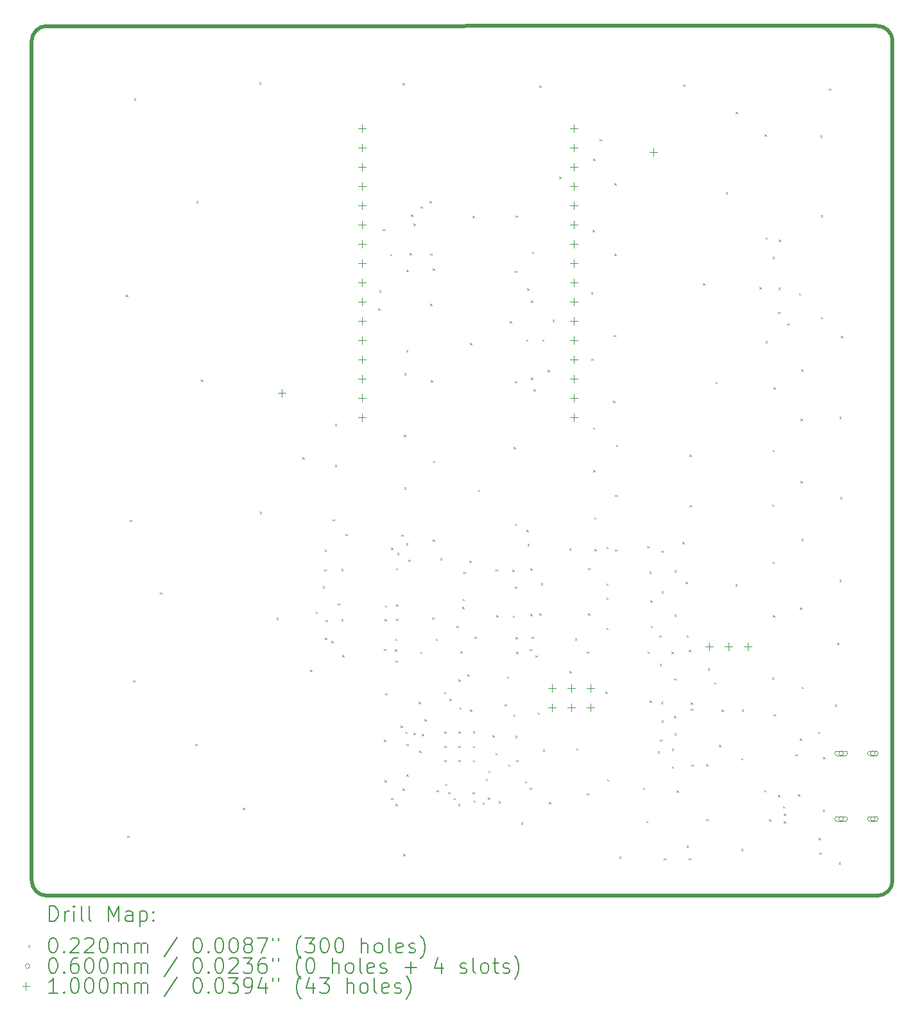
<source format=gbr>
%TF.GenerationSoftware,KiCad,Pcbnew,9.0.6*%
%TF.CreationDate,2026-01-06T10:29:05+00:00*%
%TF.ProjectId,PyBoardTester,5079426f-6172-4645-9465-737465722e6b,rev?*%
%TF.SameCoordinates,Original*%
%TF.FileFunction,Drillmap*%
%TF.FilePolarity,Positive*%
%FSLAX45Y45*%
G04 Gerber Fmt 4.5, Leading zero omitted, Abs format (unit mm)*
G04 Created by KiCad (PCBNEW 9.0.6) date 2026-01-06 10:29:05*
%MOMM*%
%LPD*%
G01*
G04 APERTURE LIST*
%ADD10C,0.500000*%
%ADD11C,0.200000*%
%ADD12C,0.100000*%
G04 APERTURE END LIST*
D10*
X19735000Y-3870000D02*
X19735000Y-14940000D01*
X8580000Y-15140000D02*
G75*
G02*
X8380000Y-14940000I0J200000D01*
G01*
X8579252Y-3671421D02*
X19525000Y-3670000D01*
X19535000Y-15140000D02*
X8580000Y-15140000D01*
X19525000Y-3670000D02*
G75*
G02*
X19734998Y-3870000I9760J-200000D01*
G01*
X8380000Y-14940000D02*
X8380000Y-3871421D01*
X19735000Y-14940000D02*
G75*
G02*
X19535000Y-15140000I-200000J0D01*
G01*
X8380000Y-3871421D02*
G75*
G02*
X8580000Y-3671420I200000J1D01*
G01*
D11*
D12*
X9624000Y-7214000D02*
X9646000Y-7236000D01*
X9646000Y-7214000D02*
X9624000Y-7236000D01*
X9639000Y-14349000D02*
X9661000Y-14371000D01*
X9661000Y-14349000D02*
X9639000Y-14371000D01*
X9674000Y-10184000D02*
X9696000Y-10206000D01*
X9696000Y-10184000D02*
X9674000Y-10206000D01*
X9714000Y-12299000D02*
X9736000Y-12321000D01*
X9736000Y-12299000D02*
X9714000Y-12321000D01*
X9729000Y-4624000D02*
X9751000Y-4646000D01*
X9751000Y-4624000D02*
X9729000Y-4646000D01*
X10074000Y-11139000D02*
X10096000Y-11161000D01*
X10096000Y-11139000D02*
X10074000Y-11161000D01*
X10539000Y-13139000D02*
X10561000Y-13161000D01*
X10561000Y-13139000D02*
X10539000Y-13161000D01*
X10549000Y-5979000D02*
X10571000Y-6001000D01*
X10571000Y-5979000D02*
X10549000Y-6001000D01*
X10614000Y-8334000D02*
X10636000Y-8356000D01*
X10636000Y-8334000D02*
X10614000Y-8356000D01*
X11164000Y-13979000D02*
X11186000Y-14001000D01*
X11186000Y-13979000D02*
X11164000Y-14001000D01*
X11379000Y-4414000D02*
X11401000Y-4436000D01*
X11401000Y-4414000D02*
X11379000Y-4436000D01*
X11389000Y-10079000D02*
X11411000Y-10101000D01*
X11411000Y-10079000D02*
X11389000Y-10101000D01*
X11609000Y-11474000D02*
X11631000Y-11496000D01*
X11631000Y-11474000D02*
X11609000Y-11496000D01*
X11954000Y-9359000D02*
X11976000Y-9381000D01*
X11976000Y-9359000D02*
X11954000Y-9381000D01*
X12054000Y-12159000D02*
X12076000Y-12181000D01*
X12076000Y-12159000D02*
X12054000Y-12181000D01*
X12124000Y-11394000D02*
X12146000Y-11416000D01*
X12146000Y-11394000D02*
X12124000Y-11416000D01*
X12219000Y-11059000D02*
X12241000Y-11081000D01*
X12241000Y-11059000D02*
X12219000Y-11081000D01*
X12240000Y-10834000D02*
X12262000Y-10856000D01*
X12262000Y-10834000D02*
X12240000Y-10856000D01*
X12244000Y-10579000D02*
X12266000Y-10601000D01*
X12266000Y-10579000D02*
X12244000Y-10601000D01*
X12249000Y-11734680D02*
X12271000Y-11756680D01*
X12271000Y-11734680D02*
X12249000Y-11756680D01*
X12259000Y-11504000D02*
X12281000Y-11526000D01*
X12281000Y-11504000D02*
X12259000Y-11526000D01*
X12334000Y-11779000D02*
X12356000Y-11801000D01*
X12356000Y-11779000D02*
X12334000Y-11801000D01*
X12349000Y-10174000D02*
X12371000Y-10196000D01*
X12371000Y-10174000D02*
X12349000Y-10196000D01*
X12379000Y-8919000D02*
X12401000Y-8941000D01*
X12401000Y-8919000D02*
X12379000Y-8941000D01*
X12379000Y-9459000D02*
X12401000Y-9481000D01*
X12401000Y-9459000D02*
X12379000Y-9481000D01*
X12419000Y-11284000D02*
X12441000Y-11306000D01*
X12441000Y-11284000D02*
X12419000Y-11306000D01*
X12464000Y-10829000D02*
X12486000Y-10851000D01*
X12486000Y-10829000D02*
X12464000Y-10851000D01*
X12464000Y-11489680D02*
X12486000Y-11511680D01*
X12486000Y-11489680D02*
X12464000Y-11511680D01*
X12479000Y-11964000D02*
X12501000Y-11986000D01*
X12501000Y-11964000D02*
X12479000Y-11986000D01*
X12519000Y-10369000D02*
X12541000Y-10391000D01*
X12541000Y-10369000D02*
X12519000Y-10391000D01*
X12949000Y-7394000D02*
X12971000Y-7416000D01*
X12971000Y-7394000D02*
X12949000Y-7416000D01*
X12964000Y-7159000D02*
X12986000Y-7181000D01*
X12986000Y-7159000D02*
X12964000Y-7181000D01*
X13009000Y-6349000D02*
X13031000Y-6371000D01*
X13031000Y-6349000D02*
X13009000Y-6371000D01*
X13029000Y-11884000D02*
X13051000Y-11906000D01*
X13051000Y-11884000D02*
X13029000Y-11906000D01*
X13029000Y-13084000D02*
X13051000Y-13106000D01*
X13051000Y-13084000D02*
X13029000Y-13106000D01*
X13034000Y-11494000D02*
X13056000Y-11516000D01*
X13056000Y-11494000D02*
X13034000Y-11516000D01*
X13034000Y-13619000D02*
X13056000Y-13641000D01*
X13056000Y-13619000D02*
X13034000Y-13641000D01*
X13039000Y-11309000D02*
X13061000Y-11331000D01*
X13061000Y-11309000D02*
X13039000Y-11331000D01*
X13044000Y-12469000D02*
X13066000Y-12491000D01*
X13066000Y-12469000D02*
X13044000Y-12491000D01*
X13109000Y-6679000D02*
X13131000Y-6701000D01*
X13131000Y-6679000D02*
X13109000Y-6701000D01*
X13119000Y-10554000D02*
X13141000Y-10576000D01*
X13141000Y-10554000D02*
X13119000Y-10576000D01*
X13119000Y-13849000D02*
X13141000Y-13871000D01*
X13141000Y-13849000D02*
X13119000Y-13871000D01*
X13169000Y-11889000D02*
X13191000Y-11911000D01*
X13191000Y-11889000D02*
X13169000Y-11911000D01*
X13174000Y-11749000D02*
X13196000Y-11771000D01*
X13196000Y-11749000D02*
X13174000Y-11771000D01*
X13179000Y-12039000D02*
X13201000Y-12061000D01*
X13201000Y-12039000D02*
X13179000Y-12061000D01*
X13179000Y-13929000D02*
X13201000Y-13951000D01*
X13201000Y-13929000D02*
X13179000Y-13951000D01*
X13184000Y-10819000D02*
X13206000Y-10841000D01*
X13206000Y-10819000D02*
X13184000Y-10841000D01*
X13189000Y-11294680D02*
X13211000Y-11316680D01*
X13211000Y-11294680D02*
X13189000Y-11316680D01*
X13189000Y-11489000D02*
X13211000Y-11511000D01*
X13211000Y-11489000D02*
X13189000Y-11511000D01*
X13199000Y-10621500D02*
X13221000Y-10643500D01*
X13221000Y-10621500D02*
X13199000Y-10643500D01*
X13249000Y-12899000D02*
X13271000Y-12921000D01*
X13271000Y-12899000D02*
X13249000Y-12921000D01*
X13256500Y-10379000D02*
X13278500Y-10401000D01*
X13278500Y-10379000D02*
X13256500Y-10401000D01*
X13274000Y-4424000D02*
X13296000Y-4446000D01*
X13296000Y-4424000D02*
X13274000Y-4446000D01*
X13274000Y-13729000D02*
X13296000Y-13751000D01*
X13296000Y-13729000D02*
X13274000Y-13751000D01*
X13279000Y-14589000D02*
X13301000Y-14611000D01*
X13301000Y-14589000D02*
X13279000Y-14611000D01*
X13289000Y-9064000D02*
X13311000Y-9086000D01*
X13311000Y-9064000D02*
X13289000Y-9086000D01*
X13294000Y-8249000D02*
X13316000Y-8271000D01*
X13316000Y-8249000D02*
X13294000Y-8271000D01*
X13294000Y-9754000D02*
X13316000Y-9776000D01*
X13316000Y-9754000D02*
X13294000Y-9776000D01*
X13309000Y-12979000D02*
X13331000Y-13001000D01*
X13331000Y-12979000D02*
X13309000Y-13001000D01*
X13319000Y-7944000D02*
X13341000Y-7966000D01*
X13341000Y-7944000D02*
X13319000Y-7966000D01*
X13319000Y-10494000D02*
X13341000Y-10516000D01*
X13341000Y-10494000D02*
X13319000Y-10516000D01*
X13324000Y-6884000D02*
X13346000Y-6906000D01*
X13346000Y-6884000D02*
X13324000Y-6906000D01*
X13324000Y-13139000D02*
X13346000Y-13161000D01*
X13346000Y-13139000D02*
X13324000Y-13161000D01*
X13325350Y-13539000D02*
X13347350Y-13561000D01*
X13347350Y-13539000D02*
X13325350Y-13561000D01*
X13349000Y-10709000D02*
X13371000Y-10731000D01*
X13371000Y-10709000D02*
X13349000Y-10731000D01*
X13364000Y-6664000D02*
X13386000Y-6686000D01*
X13386000Y-6664000D02*
X13364000Y-6686000D01*
X13384000Y-6159000D02*
X13406000Y-6181000D01*
X13406000Y-6159000D02*
X13384000Y-6181000D01*
X13414000Y-6278480D02*
X13436000Y-6300480D01*
X13436000Y-6278480D02*
X13414000Y-6300480D01*
X13414000Y-12989000D02*
X13436000Y-13011000D01*
X13436000Y-12989000D02*
X13414000Y-13011000D01*
X13484000Y-12584000D02*
X13506000Y-12606000D01*
X13506000Y-12584000D02*
X13484000Y-12606000D01*
X13494000Y-13229000D02*
X13516000Y-13251000D01*
X13516000Y-13229000D02*
X13494000Y-13251000D01*
X13504000Y-11919000D02*
X13526000Y-11941000D01*
X13526000Y-11919000D02*
X13504000Y-11941000D01*
X13509000Y-6053480D02*
X13531000Y-6075480D01*
X13531000Y-6053480D02*
X13509000Y-6075480D01*
X13524000Y-13009000D02*
X13546000Y-13031000D01*
X13546000Y-13009000D02*
X13524000Y-13031000D01*
X13559000Y-12814000D02*
X13581000Y-12836000D01*
X13581000Y-12814000D02*
X13559000Y-12836000D01*
X13629000Y-5979000D02*
X13651000Y-6001000D01*
X13651000Y-5979000D02*
X13629000Y-6001000D01*
X13639000Y-6669000D02*
X13661000Y-6691000D01*
X13661000Y-6669000D02*
X13639000Y-6691000D01*
X13639000Y-7334000D02*
X13661000Y-7356000D01*
X13661000Y-7334000D02*
X13639000Y-7356000D01*
X13644000Y-8344000D02*
X13666000Y-8366000D01*
X13666000Y-8344000D02*
X13644000Y-8366000D01*
X13664000Y-11469680D02*
X13686000Y-11491680D01*
X13686000Y-11469680D02*
X13664000Y-11491680D01*
X13669000Y-6869000D02*
X13691000Y-6891000D01*
X13691000Y-6869000D02*
X13669000Y-6891000D01*
X13669000Y-10444000D02*
X13691000Y-10466000D01*
X13691000Y-10444000D02*
X13669000Y-10466000D01*
X13674000Y-9404000D02*
X13696000Y-9426000D01*
X13696000Y-9404000D02*
X13674000Y-9426000D01*
X13709000Y-11749000D02*
X13731000Y-11771000D01*
X13731000Y-11749000D02*
X13709000Y-11771000D01*
X13719000Y-13749000D02*
X13741000Y-13771000D01*
X13741000Y-13749000D02*
X13719000Y-13771000D01*
X13769000Y-10686500D02*
X13791000Y-10708500D01*
X13791000Y-10686500D02*
X13769000Y-10708500D01*
X13817500Y-12454000D02*
X13839500Y-12476000D01*
X13839500Y-12454000D02*
X13817500Y-12476000D01*
X13824000Y-12974000D02*
X13846000Y-12996000D01*
X13846000Y-12974000D02*
X13824000Y-12996000D01*
X13824000Y-13164000D02*
X13846000Y-13186000D01*
X13846000Y-13164000D02*
X13824000Y-13186000D01*
X13824000Y-13349000D02*
X13846000Y-13371000D01*
X13846000Y-13349000D02*
X13824000Y-13371000D01*
X13834000Y-13664000D02*
X13856000Y-13686000D01*
X13856000Y-13664000D02*
X13834000Y-13686000D01*
X13874000Y-13774000D02*
X13896000Y-13796000D01*
X13896000Y-13774000D02*
X13874000Y-13796000D01*
X13889000Y-12544000D02*
X13911000Y-12566000D01*
X13911000Y-12544000D02*
X13889000Y-12566000D01*
X13944000Y-13849000D02*
X13966000Y-13871000D01*
X13966000Y-13849000D02*
X13944000Y-13871000D01*
X13984000Y-11579000D02*
X14006000Y-11601000D01*
X14006000Y-11579000D02*
X13984000Y-11601000D01*
X14004000Y-13929000D02*
X14026000Y-13951000D01*
X14026000Y-13929000D02*
X14004000Y-13951000D01*
X14009000Y-12289000D02*
X14031000Y-12311000D01*
X14031000Y-12289000D02*
X14009000Y-12311000D01*
X14009000Y-12974000D02*
X14031000Y-12996000D01*
X14031000Y-12974000D02*
X14009000Y-12996000D01*
X14009000Y-13164000D02*
X14031000Y-13186000D01*
X14031000Y-13164000D02*
X14009000Y-13186000D01*
X14009000Y-13349000D02*
X14031000Y-13371000D01*
X14031000Y-13349000D02*
X14009000Y-13371000D01*
X14021850Y-12656150D02*
X14043850Y-12678150D01*
X14043850Y-12656150D02*
X14021850Y-12678150D01*
X14034000Y-11914000D02*
X14056000Y-11936000D01*
X14056000Y-11914000D02*
X14034000Y-11936000D01*
X14059000Y-11329000D02*
X14081000Y-11351000D01*
X14081000Y-11329000D02*
X14059000Y-11351000D01*
X14064000Y-11224000D02*
X14086000Y-11246000D01*
X14086000Y-11224000D02*
X14064000Y-11246000D01*
X14079000Y-10869000D02*
X14101000Y-10891000D01*
X14101000Y-10869000D02*
X14079000Y-10891000D01*
X14129000Y-12219000D02*
X14151000Y-12241000D01*
X14151000Y-12219000D02*
X14129000Y-12241000D01*
X14154000Y-10723370D02*
X14176000Y-10745370D01*
X14176000Y-10723370D02*
X14154000Y-10745370D01*
X14162100Y-12683169D02*
X14184100Y-12705169D01*
X14184100Y-12683169D02*
X14162100Y-12705169D01*
X14164000Y-7849000D02*
X14186000Y-7871000D01*
X14186000Y-7849000D02*
X14164000Y-7871000D01*
X14194000Y-6174000D02*
X14216000Y-6196000D01*
X14216000Y-6174000D02*
X14194000Y-6196000D01*
X14194000Y-13773900D02*
X14216000Y-13795900D01*
X14216000Y-13773900D02*
X14194000Y-13795900D01*
X14199000Y-12974000D02*
X14221000Y-12996000D01*
X14221000Y-12974000D02*
X14199000Y-12996000D01*
X14199000Y-13164000D02*
X14221000Y-13186000D01*
X14221000Y-13164000D02*
X14199000Y-13186000D01*
X14199000Y-13349000D02*
X14221000Y-13371000D01*
X14221000Y-13349000D02*
X14199000Y-13371000D01*
X14209000Y-13884000D02*
X14231000Y-13906000D01*
X14231000Y-13884000D02*
X14209000Y-13906000D01*
X14219000Y-11724000D02*
X14241000Y-11746000D01*
X14241000Y-11724000D02*
X14219000Y-11746000D01*
X14269000Y-9784000D02*
X14291000Y-9806000D01*
X14291000Y-9784000D02*
X14269000Y-9806000D01*
X14324902Y-13909000D02*
X14346902Y-13931000D01*
X14346902Y-13909000D02*
X14324902Y-13931000D01*
X14369000Y-13594000D02*
X14391000Y-13616000D01*
X14391000Y-13594000D02*
X14369000Y-13616000D01*
X14399000Y-13844000D02*
X14421000Y-13866000D01*
X14421000Y-13844000D02*
X14399000Y-13866000D01*
X14404000Y-13494000D02*
X14426000Y-13516000D01*
X14426000Y-13494000D02*
X14404000Y-13516000D01*
X14459000Y-13024000D02*
X14481000Y-13046000D01*
X14481000Y-13024000D02*
X14459000Y-13046000D01*
X14496500Y-13256500D02*
X14518500Y-13278500D01*
X14518500Y-13256500D02*
X14496500Y-13278500D01*
X14499000Y-10834000D02*
X14521000Y-10856000D01*
X14521000Y-10834000D02*
X14499000Y-10856000D01*
X14509000Y-11439000D02*
X14531000Y-11461000D01*
X14531000Y-11439000D02*
X14509000Y-11461000D01*
X14539000Y-13894000D02*
X14561000Y-13916000D01*
X14561000Y-13894000D02*
X14539000Y-13916000D01*
X14619000Y-12614000D02*
X14641000Y-12636000D01*
X14641000Y-12614000D02*
X14619000Y-12636000D01*
X14649000Y-12249000D02*
X14671000Y-12271000D01*
X14671000Y-12249000D02*
X14649000Y-12271000D01*
X14664000Y-13409000D02*
X14686000Y-13431000D01*
X14686000Y-13409000D02*
X14664000Y-13431000D01*
X14684000Y-7564000D02*
X14706000Y-7586000D01*
X14706000Y-7564000D02*
X14684000Y-7586000D01*
X14720250Y-10840120D02*
X14742250Y-10862120D01*
X14742250Y-10840120D02*
X14720250Y-10862120D01*
X14725250Y-11445120D02*
X14747250Y-11467120D01*
X14747250Y-11445120D02*
X14725250Y-11467120D01*
X14734000Y-12749000D02*
X14756000Y-12771000D01*
X14756000Y-12749000D02*
X14734000Y-12771000D01*
X14739000Y-9224000D02*
X14761000Y-9246000D01*
X14761000Y-9224000D02*
X14739000Y-9246000D01*
X14754000Y-6899000D02*
X14776000Y-6921000D01*
X14776000Y-6899000D02*
X14754000Y-6921000D01*
X14754000Y-8354000D02*
X14776000Y-8376000D01*
X14776000Y-8354000D02*
X14754000Y-8376000D01*
X14754000Y-11064000D02*
X14776000Y-11086000D01*
X14776000Y-11064000D02*
X14754000Y-11086000D01*
X14759000Y-10234000D02*
X14781000Y-10256000D01*
X14781000Y-10234000D02*
X14759000Y-10256000D01*
X14759000Y-13034000D02*
X14781000Y-13056000D01*
X14781000Y-13034000D02*
X14759000Y-13056000D01*
X14764000Y-6169000D02*
X14786000Y-6191000D01*
X14786000Y-6169000D02*
X14764000Y-6191000D01*
X14764000Y-11729000D02*
X14786000Y-11751000D01*
X14786000Y-11729000D02*
X14764000Y-11751000D01*
X14769000Y-11924000D02*
X14791000Y-11946000D01*
X14791000Y-11924000D02*
X14769000Y-11946000D01*
X14769000Y-13349000D02*
X14791000Y-13371000D01*
X14791000Y-13349000D02*
X14769000Y-13371000D01*
X14834000Y-14174000D02*
X14856000Y-14196000D01*
X14856000Y-14174000D02*
X14834000Y-14196000D01*
X14884000Y-13629000D02*
X14906000Y-13651000D01*
X14906000Y-13629000D02*
X14884000Y-13651000D01*
X14904000Y-7804000D02*
X14926000Y-7826000D01*
X14926000Y-7804000D02*
X14904000Y-7826000D01*
X14909000Y-10314000D02*
X14931000Y-10336000D01*
X14931000Y-10314000D02*
X14909000Y-10336000D01*
X14914000Y-7129000D02*
X14936000Y-7151000D01*
X14936000Y-7129000D02*
X14914000Y-7151000D01*
X14919000Y-10499000D02*
X14941000Y-10521000D01*
X14941000Y-10499000D02*
X14919000Y-10521000D01*
X14949000Y-11884000D02*
X14971000Y-11906000D01*
X14971000Y-11884000D02*
X14949000Y-11906000D01*
X14949000Y-13715400D02*
X14971000Y-13737400D01*
X14971000Y-13715400D02*
X14949000Y-13737400D01*
X14959000Y-10824000D02*
X14981000Y-10846000D01*
X14981000Y-10824000D02*
X14959000Y-10846000D01*
X14959000Y-11424000D02*
X14981000Y-11446000D01*
X14981000Y-11424000D02*
X14959000Y-11446000D01*
X14965400Y-7293480D02*
X14987400Y-7315480D01*
X14987400Y-7293480D02*
X14965400Y-7315480D01*
X14965400Y-8308480D02*
X14987400Y-8330480D01*
X14987400Y-8308480D02*
X14965400Y-8330480D01*
X14974000Y-11724000D02*
X14996000Y-11746000D01*
X14996000Y-11724000D02*
X14974000Y-11746000D01*
X14979000Y-6644000D02*
X15001000Y-6666000D01*
X15001000Y-6644000D02*
X14979000Y-6666000D01*
X14999000Y-8459000D02*
X15021000Y-8481000D01*
X15021000Y-8459000D02*
X14999000Y-8481000D01*
X15024000Y-11969000D02*
X15046000Y-11991000D01*
X15046000Y-11969000D02*
X15024000Y-11991000D01*
X15054000Y-12724000D02*
X15076000Y-12746000D01*
X15076000Y-12724000D02*
X15054000Y-12746000D01*
X15074000Y-4454000D02*
X15096000Y-4476000D01*
X15096000Y-4454000D02*
X15074000Y-4476000D01*
X15074000Y-11414000D02*
X15096000Y-11436000D01*
X15096000Y-11414000D02*
X15074000Y-11436000D01*
X15096837Y-11016163D02*
X15118837Y-11038163D01*
X15118837Y-11016163D02*
X15096837Y-11038163D01*
X15115400Y-7803480D02*
X15137400Y-7825480D01*
X15137400Y-7803480D02*
X15115400Y-7825480D01*
X15124000Y-13209000D02*
X15146000Y-13231000D01*
X15146000Y-13209000D02*
X15124000Y-13231000D01*
X15184000Y-8209000D02*
X15206000Y-8231000D01*
X15206000Y-8209000D02*
X15184000Y-8231000D01*
X15204000Y-13904000D02*
X15226000Y-13926000D01*
X15226000Y-13904000D02*
X15204000Y-13926000D01*
X15250400Y-7548480D02*
X15272400Y-7570480D01*
X15272400Y-7548480D02*
X15250400Y-7570480D01*
X15339000Y-5659000D02*
X15361000Y-5681000D01*
X15361000Y-5659000D02*
X15339000Y-5681000D01*
X15469000Y-10559000D02*
X15491000Y-10581000D01*
X15491000Y-10559000D02*
X15469000Y-10581000D01*
X15474000Y-12179000D02*
X15496000Y-12201000D01*
X15496000Y-12179000D02*
X15474000Y-12201000D01*
X15545250Y-11745120D02*
X15567250Y-11767120D01*
X15567250Y-11745120D02*
X15545250Y-11767120D01*
X15564000Y-13199000D02*
X15586000Y-13221000D01*
X15586000Y-13199000D02*
X15564000Y-13221000D01*
X15704000Y-11919000D02*
X15726000Y-11941000D01*
X15726000Y-11919000D02*
X15704000Y-11941000D01*
X15704000Y-13789000D02*
X15726000Y-13811000D01*
X15726000Y-13789000D02*
X15704000Y-13811000D01*
X15720250Y-10820120D02*
X15742250Y-10842120D01*
X15742250Y-10820120D02*
X15720250Y-10842120D01*
X15720250Y-11415120D02*
X15742250Y-11437120D01*
X15742250Y-11415120D02*
X15720250Y-11437120D01*
X15759000Y-7184000D02*
X15781000Y-7206000D01*
X15781000Y-7184000D02*
X15759000Y-7206000D01*
X15764000Y-8059000D02*
X15786000Y-8081000D01*
X15786000Y-8059000D02*
X15764000Y-8081000D01*
X15779000Y-6359000D02*
X15801000Y-6381000D01*
X15801000Y-6359000D02*
X15779000Y-6381000D01*
X15784000Y-8964000D02*
X15806000Y-8986000D01*
X15806000Y-8964000D02*
X15784000Y-8986000D01*
X15789000Y-5419000D02*
X15811000Y-5441000D01*
X15811000Y-5419000D02*
X15789000Y-5441000D01*
X15789000Y-9529000D02*
X15811000Y-9551000D01*
X15811000Y-9529000D02*
X15789000Y-9551000D01*
X15799000Y-10149000D02*
X15821000Y-10171000D01*
X15821000Y-10149000D02*
X15799000Y-10171000D01*
X15804000Y-10569000D02*
X15826000Y-10591000D01*
X15826000Y-10569000D02*
X15804000Y-10591000D01*
X15874000Y-5164000D02*
X15896000Y-5186000D01*
X15896000Y-5164000D02*
X15874000Y-5186000D01*
X15949000Y-12449000D02*
X15971000Y-12471000D01*
X15971000Y-12449000D02*
X15949000Y-12471000D01*
X15959000Y-10539000D02*
X15981000Y-10561000D01*
X15981000Y-10539000D02*
X15959000Y-10561000D01*
X15959000Y-11209000D02*
X15981000Y-11231000D01*
X15981000Y-11209000D02*
X15959000Y-11231000D01*
X15960250Y-11020120D02*
X15982250Y-11042120D01*
X15982250Y-11020120D02*
X15960250Y-11042120D01*
X15960250Y-11605120D02*
X15982250Y-11627120D01*
X15982250Y-11605120D02*
X15960250Y-11627120D01*
X15969000Y-13604000D02*
X15991000Y-13626000D01*
X15991000Y-13604000D02*
X15969000Y-13626000D01*
X16049000Y-8614000D02*
X16071000Y-8636000D01*
X16071000Y-8614000D02*
X16049000Y-8636000D01*
X16059000Y-7744000D02*
X16081000Y-7766000D01*
X16081000Y-7744000D02*
X16059000Y-7766000D01*
X16064000Y-5744000D02*
X16086000Y-5766000D01*
X16086000Y-5744000D02*
X16064000Y-5766000D01*
X16064000Y-6674000D02*
X16086000Y-6696000D01*
X16086000Y-6674000D02*
X16064000Y-6696000D01*
X16074000Y-9854000D02*
X16096000Y-9876000D01*
X16096000Y-9854000D02*
X16074000Y-9876000D01*
X16074000Y-10574000D02*
X16096000Y-10596000D01*
X16096000Y-10574000D02*
X16074000Y-10596000D01*
X16089000Y-9194000D02*
X16111000Y-9216000D01*
X16111000Y-9194000D02*
X16089000Y-9216000D01*
X16129000Y-14624000D02*
X16151000Y-14646000D01*
X16151000Y-14624000D02*
X16129000Y-14646000D01*
X16444000Y-13714000D02*
X16466000Y-13736000D01*
X16466000Y-13714000D02*
X16444000Y-13736000D01*
X16484000Y-14154000D02*
X16506000Y-14176000D01*
X16506000Y-14154000D02*
X16484000Y-14176000D01*
X16499000Y-10529000D02*
X16521000Y-10551000D01*
X16521000Y-10529000D02*
X16499000Y-10551000D01*
X16504000Y-11919000D02*
X16526000Y-11941000D01*
X16526000Y-11919000D02*
X16504000Y-11941000D01*
X16529000Y-10864000D02*
X16551000Y-10886000D01*
X16551000Y-10864000D02*
X16529000Y-10886000D01*
X16534000Y-12569000D02*
X16556000Y-12591000D01*
X16556000Y-12569000D02*
X16534000Y-12591000D01*
X16539000Y-11244000D02*
X16561000Y-11266000D01*
X16561000Y-11244000D02*
X16539000Y-11266000D01*
X16544000Y-11579000D02*
X16566000Y-11601000D01*
X16566000Y-11579000D02*
X16544000Y-11601000D01*
X16639000Y-13234000D02*
X16661000Y-13256000D01*
X16661000Y-13234000D02*
X16639000Y-13256000D01*
X16659000Y-11709000D02*
X16681000Y-11731000D01*
X16681000Y-11709000D02*
X16659000Y-11731000D01*
X16664000Y-12084000D02*
X16686000Y-12106000D01*
X16686000Y-12084000D02*
X16664000Y-12106000D01*
X16669000Y-13079000D02*
X16691000Y-13101000D01*
X16691000Y-13079000D02*
X16669000Y-13101000D01*
X16679000Y-12584000D02*
X16701000Y-12606000D01*
X16701000Y-12584000D02*
X16679000Y-12606000D01*
X16684000Y-10589000D02*
X16706000Y-10611000D01*
X16706000Y-10589000D02*
X16684000Y-10611000D01*
X16689000Y-11129000D02*
X16711000Y-11151000D01*
X16711000Y-11129000D02*
X16689000Y-11151000D01*
X16689000Y-12829000D02*
X16711000Y-12851000D01*
X16711000Y-12829000D02*
X16689000Y-12851000D01*
X16719000Y-14644000D02*
X16741000Y-14666000D01*
X16741000Y-14644000D02*
X16719000Y-14666000D01*
X16819000Y-11924000D02*
X16841000Y-11946000D01*
X16841000Y-11924000D02*
X16819000Y-11946000D01*
X16824000Y-13204000D02*
X16846000Y-13226000D01*
X16846000Y-13204000D02*
X16824000Y-13226000D01*
X16824000Y-13434000D02*
X16846000Y-13456000D01*
X16846000Y-13434000D02*
X16824000Y-13456000D01*
X16854000Y-12274000D02*
X16876000Y-12296000D01*
X16876000Y-12274000D02*
X16854000Y-12296000D01*
X16856000Y-12772000D02*
X16878000Y-12794000D01*
X16878000Y-12772000D02*
X16856000Y-12794000D01*
X16859000Y-10849000D02*
X16881000Y-10871000D01*
X16881000Y-10849000D02*
X16859000Y-10871000D01*
X16859000Y-11434000D02*
X16881000Y-11456000D01*
X16881000Y-11434000D02*
X16859000Y-11456000D01*
X16859000Y-12999000D02*
X16881000Y-13021000D01*
X16881000Y-12999000D02*
X16859000Y-13021000D01*
X16889000Y-13754000D02*
X16911000Y-13776000D01*
X16911000Y-13754000D02*
X16889000Y-13776000D01*
X16964000Y-10474000D02*
X16986000Y-10496000D01*
X16986000Y-10474000D02*
X16964000Y-10496000D01*
X16974000Y-4444000D02*
X16996000Y-4466000D01*
X16996000Y-4444000D02*
X16974000Y-4466000D01*
X17004000Y-10999000D02*
X17026000Y-11021000D01*
X17026000Y-10999000D02*
X17004000Y-11021000D01*
X17019000Y-11709000D02*
X17041000Y-11731000D01*
X17041000Y-11709000D02*
X17019000Y-11731000D01*
X17019000Y-14479000D02*
X17041000Y-14501000D01*
X17041000Y-14479000D02*
X17019000Y-14501000D01*
X17047250Y-14644000D02*
X17069250Y-14666000D01*
X17069250Y-14644000D02*
X17047250Y-14666000D01*
X17049000Y-11899000D02*
X17071000Y-11921000D01*
X17071000Y-11899000D02*
X17049000Y-11921000D01*
X17059000Y-9324000D02*
X17081000Y-9346000D01*
X17081000Y-9324000D02*
X17059000Y-9346000D01*
X17059000Y-9989000D02*
X17081000Y-10011000D01*
X17081000Y-9989000D02*
X17059000Y-10011000D01*
X17074000Y-12594000D02*
X17096000Y-12616000D01*
X17096000Y-12594000D02*
X17074000Y-12616000D01*
X17074000Y-12674000D02*
X17096000Y-12696000D01*
X17096000Y-12674000D02*
X17074000Y-12696000D01*
X17084000Y-13409000D02*
X17106000Y-13431000D01*
X17106000Y-13409000D02*
X17084000Y-13431000D01*
X17234000Y-7064000D02*
X17256000Y-7086000D01*
X17256000Y-7064000D02*
X17234000Y-7086000D01*
X17279000Y-13404000D02*
X17301000Y-13426000D01*
X17301000Y-13404000D02*
X17279000Y-13426000D01*
X17279000Y-14129000D02*
X17301000Y-14151000D01*
X17301000Y-14129000D02*
X17279000Y-14151000D01*
X17299000Y-12144000D02*
X17321000Y-12166000D01*
X17321000Y-12144000D02*
X17299000Y-12166000D01*
X17384000Y-12324000D02*
X17406000Y-12346000D01*
X17406000Y-12324000D02*
X17384000Y-12346000D01*
X17399000Y-8364000D02*
X17421000Y-8386000D01*
X17421000Y-8364000D02*
X17399000Y-8386000D01*
X17447250Y-13149000D02*
X17469250Y-13171000D01*
X17469250Y-13149000D02*
X17447250Y-13171000D01*
X17481000Y-12684000D02*
X17503000Y-12706000D01*
X17503000Y-12684000D02*
X17481000Y-12706000D01*
X17534000Y-5859000D02*
X17556000Y-5881000D01*
X17556000Y-5859000D02*
X17534000Y-5881000D01*
X17664000Y-11034000D02*
X17686000Y-11056000D01*
X17686000Y-11034000D02*
X17664000Y-11056000D01*
X17669000Y-4804000D02*
X17691000Y-4826000D01*
X17691000Y-4804000D02*
X17669000Y-4826000D01*
X17739000Y-13324000D02*
X17761000Y-13346000D01*
X17761000Y-13324000D02*
X17739000Y-13346000D01*
X17739000Y-14524000D02*
X17761000Y-14546000D01*
X17761000Y-14524000D02*
X17739000Y-14546000D01*
X17747000Y-12684000D02*
X17769000Y-12706000D01*
X17769000Y-12684000D02*
X17747000Y-12706000D01*
X17979000Y-7114000D02*
X18001000Y-7136000D01*
X18001000Y-7114000D02*
X17979000Y-7136000D01*
X18044000Y-13749000D02*
X18066000Y-13771000D01*
X18066000Y-13749000D02*
X18044000Y-13771000D01*
X18049000Y-5099000D02*
X18071000Y-5121000D01*
X18071000Y-5099000D02*
X18049000Y-5121000D01*
X18059000Y-6459000D02*
X18081000Y-6481000D01*
X18081000Y-6459000D02*
X18059000Y-6481000D01*
X18059000Y-7824000D02*
X18081000Y-7846000D01*
X18081000Y-7824000D02*
X18059000Y-7846000D01*
X18109000Y-14134000D02*
X18131000Y-14156000D01*
X18131000Y-14134000D02*
X18109000Y-14156000D01*
X18144000Y-9979000D02*
X18166000Y-10001000D01*
X18166000Y-9979000D02*
X18144000Y-10001000D01*
X18144000Y-12264000D02*
X18166000Y-12286000D01*
X18166000Y-12264000D02*
X18144000Y-12286000D01*
X18154000Y-6714000D02*
X18176000Y-6736000D01*
X18176000Y-6714000D02*
X18154000Y-6736000D01*
X18154000Y-9259000D02*
X18176000Y-9281000D01*
X18176000Y-9259000D02*
X18154000Y-9281000D01*
X18154000Y-10734000D02*
X18176000Y-10756000D01*
X18176000Y-10734000D02*
X18154000Y-10756000D01*
X18159000Y-11439000D02*
X18181000Y-11461000D01*
X18181000Y-11439000D02*
X18159000Y-11461000D01*
X18164000Y-8434000D02*
X18186000Y-8456000D01*
X18186000Y-8434000D02*
X18164000Y-8456000D01*
X18164000Y-12749000D02*
X18186000Y-12771000D01*
X18186000Y-12749000D02*
X18164000Y-12771000D01*
X18226000Y-13811000D02*
X18248000Y-13833000D01*
X18248000Y-13811000D02*
X18226000Y-13833000D01*
X18226500Y-7441500D02*
X18248500Y-7463500D01*
X18248500Y-7441500D02*
X18226500Y-7463500D01*
X18229000Y-7124000D02*
X18251000Y-7146000D01*
X18251000Y-7124000D02*
X18229000Y-7146000D01*
X18234000Y-6489000D02*
X18256000Y-6511000D01*
X18256000Y-6489000D02*
X18234000Y-6511000D01*
X18289000Y-13959000D02*
X18311000Y-13981000D01*
X18311000Y-13959000D02*
X18289000Y-13981000D01*
X18303538Y-14059000D02*
X18325538Y-14081000D01*
X18325538Y-14059000D02*
X18303538Y-14081000D01*
X18304000Y-14159000D02*
X18326000Y-14181000D01*
X18326000Y-14159000D02*
X18304000Y-14181000D01*
X18344000Y-7594000D02*
X18366000Y-7616000D01*
X18366000Y-7594000D02*
X18344000Y-7616000D01*
X18454000Y-13274000D02*
X18476000Y-13296000D01*
X18476000Y-13274000D02*
X18454000Y-13296000D01*
X18489000Y-13804500D02*
X18511000Y-13826500D01*
X18511000Y-13804500D02*
X18489000Y-13826500D01*
X18499000Y-7194000D02*
X18521000Y-7216000D01*
X18521000Y-7194000D02*
X18499000Y-7216000D01*
X18514000Y-11339000D02*
X18536000Y-11361000D01*
X18536000Y-11339000D02*
X18514000Y-11361000D01*
X18514000Y-13064000D02*
X18536000Y-13086000D01*
X18536000Y-13064000D02*
X18514000Y-13086000D01*
X18524000Y-8849000D02*
X18546000Y-8871000D01*
X18546000Y-8849000D02*
X18524000Y-8871000D01*
X18524000Y-9669000D02*
X18546000Y-9691000D01*
X18546000Y-9669000D02*
X18524000Y-9691000D01*
X18529000Y-8199000D02*
X18551000Y-8221000D01*
X18551000Y-8199000D02*
X18529000Y-8221000D01*
X18534000Y-10434000D02*
X18556000Y-10456000D01*
X18556000Y-10434000D02*
X18534000Y-10456000D01*
X18534000Y-12384000D02*
X18556000Y-12406000D01*
X18556000Y-12384000D02*
X18534000Y-12406000D01*
X18755750Y-12979000D02*
X18777750Y-13001000D01*
X18777750Y-12979000D02*
X18755750Y-13001000D01*
X18760750Y-14379000D02*
X18782750Y-14401000D01*
X18782750Y-14379000D02*
X18760750Y-14401000D01*
X18765750Y-14569000D02*
X18787750Y-14591000D01*
X18787750Y-14569000D02*
X18765750Y-14591000D01*
X18779000Y-5114000D02*
X18801000Y-5136000D01*
X18801000Y-5114000D02*
X18779000Y-5136000D01*
X18789000Y-6164000D02*
X18811000Y-6186000D01*
X18811000Y-6164000D02*
X18789000Y-6186000D01*
X18789000Y-7509000D02*
X18811000Y-7531000D01*
X18811000Y-7509000D02*
X18789000Y-7531000D01*
X18814000Y-14004000D02*
X18836000Y-14026000D01*
X18836000Y-14004000D02*
X18814000Y-14026000D01*
X18819000Y-13314000D02*
X18841000Y-13336000D01*
X18841000Y-13314000D02*
X18819000Y-13336000D01*
X18894000Y-4494000D02*
X18916000Y-4516000D01*
X18916000Y-4494000D02*
X18894000Y-4516000D01*
X18974000Y-12619000D02*
X18996000Y-12641000D01*
X18996000Y-12619000D02*
X18974000Y-12641000D01*
X19004000Y-11804000D02*
X19026000Y-11826000D01*
X19026000Y-11804000D02*
X19004000Y-11826000D01*
X19024000Y-14699000D02*
X19046000Y-14721000D01*
X19046000Y-14699000D02*
X19024000Y-14721000D01*
X19034000Y-8824000D02*
X19056000Y-8846000D01*
X19056000Y-8824000D02*
X19034000Y-8846000D01*
X19034000Y-10974000D02*
X19056000Y-10996000D01*
X19056000Y-10974000D02*
X19034000Y-10996000D01*
X19044000Y-9884000D02*
X19066000Y-9906000D01*
X19066000Y-9884000D02*
X19044000Y-9906000D01*
X19054000Y-7759000D02*
X19076000Y-7781000D01*
X19076000Y-7759000D02*
X19054000Y-7781000D01*
X19087000Y-13263000D02*
G75*
G02*
X19027000Y-13263000I-30000J0D01*
G01*
X19027000Y-13263000D02*
G75*
G02*
X19087000Y-13263000I30000J0D01*
G01*
X19002000Y-13293000D02*
X19112000Y-13293000D01*
X19112000Y-13233000D02*
G75*
G02*
X19112000Y-13293000I0J-30000D01*
G01*
X19112000Y-13233000D02*
X19002000Y-13233000D01*
X19002000Y-13233000D02*
G75*
G03*
X19002000Y-13293000I0J-30000D01*
G01*
X19087000Y-14127000D02*
G75*
G02*
X19027000Y-14127000I-30000J0D01*
G01*
X19027000Y-14127000D02*
G75*
G02*
X19087000Y-14127000I30000J0D01*
G01*
X19002000Y-14157000D02*
X19112000Y-14157000D01*
X19112000Y-14097000D02*
G75*
G02*
X19112000Y-14157000I0J-30000D01*
G01*
X19112000Y-14097000D02*
X19002000Y-14097000D01*
X19002000Y-14097000D02*
G75*
G03*
X19002000Y-14157000I0J-30000D01*
G01*
X19505000Y-13263000D02*
G75*
G02*
X19445000Y-13263000I-30000J0D01*
G01*
X19445000Y-13263000D02*
G75*
G02*
X19505000Y-13263000I30000J0D01*
G01*
X19435000Y-13293000D02*
X19515000Y-13293000D01*
X19515000Y-13233000D02*
G75*
G02*
X19515000Y-13293000I0J-30000D01*
G01*
X19515000Y-13233000D02*
X19435000Y-13233000D01*
X19435000Y-13233000D02*
G75*
G03*
X19435000Y-13293000I0J-30000D01*
G01*
X19505000Y-14127000D02*
G75*
G02*
X19445000Y-14127000I-30000J0D01*
G01*
X19445000Y-14127000D02*
G75*
G02*
X19505000Y-14127000I30000J0D01*
G01*
X19435000Y-14157000D02*
X19515000Y-14157000D01*
X19515000Y-14097000D02*
G75*
G02*
X19515000Y-14157000I0J-30000D01*
G01*
X19515000Y-14097000D02*
X19435000Y-14097000D01*
X19435000Y-14097000D02*
G75*
G03*
X19435000Y-14157000I0J-30000D01*
G01*
X11679068Y-8460986D02*
X11679068Y-8560986D01*
X11629068Y-8510986D02*
X11729068Y-8510986D01*
X12738000Y-4970680D02*
X12738000Y-5070680D01*
X12688000Y-5020680D02*
X12788000Y-5020680D01*
X12738000Y-5224680D02*
X12738000Y-5324680D01*
X12688000Y-5274680D02*
X12788000Y-5274680D01*
X12738000Y-5478680D02*
X12738000Y-5578680D01*
X12688000Y-5528680D02*
X12788000Y-5528680D01*
X12738000Y-5732680D02*
X12738000Y-5832680D01*
X12688000Y-5782680D02*
X12788000Y-5782680D01*
X12738000Y-5986680D02*
X12738000Y-6086680D01*
X12688000Y-6036680D02*
X12788000Y-6036680D01*
X12738000Y-6240680D02*
X12738000Y-6340680D01*
X12688000Y-6290680D02*
X12788000Y-6290680D01*
X12738000Y-6494680D02*
X12738000Y-6594680D01*
X12688000Y-6544680D02*
X12788000Y-6544680D01*
X12738000Y-6748680D02*
X12738000Y-6848680D01*
X12688000Y-6798680D02*
X12788000Y-6798680D01*
X12738000Y-7002680D02*
X12738000Y-7102680D01*
X12688000Y-7052680D02*
X12788000Y-7052680D01*
X12738000Y-7256680D02*
X12738000Y-7356680D01*
X12688000Y-7306680D02*
X12788000Y-7306680D01*
X12738000Y-7510680D02*
X12738000Y-7610680D01*
X12688000Y-7560680D02*
X12788000Y-7560680D01*
X12738000Y-7764680D02*
X12738000Y-7864680D01*
X12688000Y-7814680D02*
X12788000Y-7814680D01*
X12738000Y-8018680D02*
X12738000Y-8118680D01*
X12688000Y-8068680D02*
X12788000Y-8068680D01*
X12738000Y-8272680D02*
X12738000Y-8372680D01*
X12688000Y-8322680D02*
X12788000Y-8322680D01*
X12738000Y-8526680D02*
X12738000Y-8626680D01*
X12688000Y-8576680D02*
X12788000Y-8576680D01*
X12738000Y-8780680D02*
X12738000Y-8880680D01*
X12688000Y-8830680D02*
X12788000Y-8830680D01*
X15241000Y-12357500D02*
X15241000Y-12457500D01*
X15191000Y-12407500D02*
X15291000Y-12407500D01*
X15241000Y-12611500D02*
X15241000Y-12711500D01*
X15191000Y-12661500D02*
X15291000Y-12661500D01*
X15495000Y-12357500D02*
X15495000Y-12457500D01*
X15445000Y-12407500D02*
X15545000Y-12407500D01*
X15495000Y-12611500D02*
X15495000Y-12711500D01*
X15445000Y-12661500D02*
X15545000Y-12661500D01*
X15531400Y-4969480D02*
X15531400Y-5069480D01*
X15481400Y-5019480D02*
X15581400Y-5019480D01*
X15531400Y-5223480D02*
X15531400Y-5323480D01*
X15481400Y-5273480D02*
X15581400Y-5273480D01*
X15531400Y-5477480D02*
X15531400Y-5577480D01*
X15481400Y-5527480D02*
X15581400Y-5527480D01*
X15531400Y-5731480D02*
X15531400Y-5831480D01*
X15481400Y-5781480D02*
X15581400Y-5781480D01*
X15531400Y-5985480D02*
X15531400Y-6085480D01*
X15481400Y-6035480D02*
X15581400Y-6035480D01*
X15531400Y-6239480D02*
X15531400Y-6339480D01*
X15481400Y-6289480D02*
X15581400Y-6289480D01*
X15531400Y-6493480D02*
X15531400Y-6593480D01*
X15481400Y-6543480D02*
X15581400Y-6543480D01*
X15531400Y-6747480D02*
X15531400Y-6847480D01*
X15481400Y-6797480D02*
X15581400Y-6797480D01*
X15531400Y-7001480D02*
X15531400Y-7101480D01*
X15481400Y-7051480D02*
X15581400Y-7051480D01*
X15531400Y-7255480D02*
X15531400Y-7355480D01*
X15481400Y-7305480D02*
X15581400Y-7305480D01*
X15531400Y-7509480D02*
X15531400Y-7609480D01*
X15481400Y-7559480D02*
X15581400Y-7559480D01*
X15531400Y-7763480D02*
X15531400Y-7863480D01*
X15481400Y-7813480D02*
X15581400Y-7813480D01*
X15531400Y-8017480D02*
X15531400Y-8117480D01*
X15481400Y-8067480D02*
X15581400Y-8067480D01*
X15531400Y-8271480D02*
X15531400Y-8371480D01*
X15481400Y-8321480D02*
X15581400Y-8321480D01*
X15531400Y-8525480D02*
X15531400Y-8625480D01*
X15481400Y-8575480D02*
X15581400Y-8575480D01*
X15531400Y-8779480D02*
X15531400Y-8879480D01*
X15481400Y-8829480D02*
X15581400Y-8829480D01*
X15749000Y-12357500D02*
X15749000Y-12457500D01*
X15699000Y-12407500D02*
X15799000Y-12407500D01*
X15749000Y-12611500D02*
X15749000Y-12711500D01*
X15699000Y-12661500D02*
X15799000Y-12661500D01*
X16581400Y-5286813D02*
X16581400Y-5386813D01*
X16531400Y-5336813D02*
X16631400Y-5336813D01*
X17317000Y-11805000D02*
X17317000Y-11905000D01*
X17267000Y-11855000D02*
X17367000Y-11855000D01*
X17571000Y-11805000D02*
X17571000Y-11905000D01*
X17521000Y-11855000D02*
X17621000Y-11855000D01*
X17825000Y-11805000D02*
X17825000Y-11905000D01*
X17775000Y-11855000D02*
X17875000Y-11855000D01*
D11*
X8615777Y-15476484D02*
X8615777Y-15276484D01*
X8615777Y-15276484D02*
X8663396Y-15276484D01*
X8663396Y-15276484D02*
X8691967Y-15286008D01*
X8691967Y-15286008D02*
X8711015Y-15305055D01*
X8711015Y-15305055D02*
X8720539Y-15324103D01*
X8720539Y-15324103D02*
X8730063Y-15362198D01*
X8730063Y-15362198D02*
X8730063Y-15390769D01*
X8730063Y-15390769D02*
X8720539Y-15428865D01*
X8720539Y-15428865D02*
X8711015Y-15447912D01*
X8711015Y-15447912D02*
X8691967Y-15466960D01*
X8691967Y-15466960D02*
X8663396Y-15476484D01*
X8663396Y-15476484D02*
X8615777Y-15476484D01*
X8815777Y-15476484D02*
X8815777Y-15343150D01*
X8815777Y-15381246D02*
X8825301Y-15362198D01*
X8825301Y-15362198D02*
X8834824Y-15352674D01*
X8834824Y-15352674D02*
X8853872Y-15343150D01*
X8853872Y-15343150D02*
X8872920Y-15343150D01*
X8939586Y-15476484D02*
X8939586Y-15343150D01*
X8939586Y-15276484D02*
X8930063Y-15286008D01*
X8930063Y-15286008D02*
X8939586Y-15295531D01*
X8939586Y-15295531D02*
X8949110Y-15286008D01*
X8949110Y-15286008D02*
X8939586Y-15276484D01*
X8939586Y-15276484D02*
X8939586Y-15295531D01*
X9063396Y-15476484D02*
X9044348Y-15466960D01*
X9044348Y-15466960D02*
X9034824Y-15447912D01*
X9034824Y-15447912D02*
X9034824Y-15276484D01*
X9168158Y-15476484D02*
X9149110Y-15466960D01*
X9149110Y-15466960D02*
X9139586Y-15447912D01*
X9139586Y-15447912D02*
X9139586Y-15276484D01*
X9396729Y-15476484D02*
X9396729Y-15276484D01*
X9396729Y-15276484D02*
X9463396Y-15419341D01*
X9463396Y-15419341D02*
X9530063Y-15276484D01*
X9530063Y-15276484D02*
X9530063Y-15476484D01*
X9711015Y-15476484D02*
X9711015Y-15371722D01*
X9711015Y-15371722D02*
X9701491Y-15352674D01*
X9701491Y-15352674D02*
X9682444Y-15343150D01*
X9682444Y-15343150D02*
X9644348Y-15343150D01*
X9644348Y-15343150D02*
X9625301Y-15352674D01*
X9711015Y-15466960D02*
X9691967Y-15476484D01*
X9691967Y-15476484D02*
X9644348Y-15476484D01*
X9644348Y-15476484D02*
X9625301Y-15466960D01*
X9625301Y-15466960D02*
X9615777Y-15447912D01*
X9615777Y-15447912D02*
X9615777Y-15428865D01*
X9615777Y-15428865D02*
X9625301Y-15409817D01*
X9625301Y-15409817D02*
X9644348Y-15400293D01*
X9644348Y-15400293D02*
X9691967Y-15400293D01*
X9691967Y-15400293D02*
X9711015Y-15390769D01*
X9806253Y-15343150D02*
X9806253Y-15543150D01*
X9806253Y-15352674D02*
X9825301Y-15343150D01*
X9825301Y-15343150D02*
X9863396Y-15343150D01*
X9863396Y-15343150D02*
X9882444Y-15352674D01*
X9882444Y-15352674D02*
X9891967Y-15362198D01*
X9891967Y-15362198D02*
X9901491Y-15381246D01*
X9901491Y-15381246D02*
X9901491Y-15438388D01*
X9901491Y-15438388D02*
X9891967Y-15457436D01*
X9891967Y-15457436D02*
X9882444Y-15466960D01*
X9882444Y-15466960D02*
X9863396Y-15476484D01*
X9863396Y-15476484D02*
X9825301Y-15476484D01*
X9825301Y-15476484D02*
X9806253Y-15466960D01*
X9987205Y-15457436D02*
X9996729Y-15466960D01*
X9996729Y-15466960D02*
X9987205Y-15476484D01*
X9987205Y-15476484D02*
X9977682Y-15466960D01*
X9977682Y-15466960D02*
X9987205Y-15457436D01*
X9987205Y-15457436D02*
X9987205Y-15476484D01*
X9987205Y-15352674D02*
X9996729Y-15362198D01*
X9996729Y-15362198D02*
X9987205Y-15371722D01*
X9987205Y-15371722D02*
X9977682Y-15362198D01*
X9977682Y-15362198D02*
X9987205Y-15352674D01*
X9987205Y-15352674D02*
X9987205Y-15371722D01*
D12*
X8333000Y-15794000D02*
X8355000Y-15816000D01*
X8355000Y-15794000D02*
X8333000Y-15816000D01*
D11*
X8653872Y-15696484D02*
X8672920Y-15696484D01*
X8672920Y-15696484D02*
X8691967Y-15706008D01*
X8691967Y-15706008D02*
X8701491Y-15715531D01*
X8701491Y-15715531D02*
X8711015Y-15734579D01*
X8711015Y-15734579D02*
X8720539Y-15772674D01*
X8720539Y-15772674D02*
X8720539Y-15820293D01*
X8720539Y-15820293D02*
X8711015Y-15858388D01*
X8711015Y-15858388D02*
X8701491Y-15877436D01*
X8701491Y-15877436D02*
X8691967Y-15886960D01*
X8691967Y-15886960D02*
X8672920Y-15896484D01*
X8672920Y-15896484D02*
X8653872Y-15896484D01*
X8653872Y-15896484D02*
X8634824Y-15886960D01*
X8634824Y-15886960D02*
X8625301Y-15877436D01*
X8625301Y-15877436D02*
X8615777Y-15858388D01*
X8615777Y-15858388D02*
X8606253Y-15820293D01*
X8606253Y-15820293D02*
X8606253Y-15772674D01*
X8606253Y-15772674D02*
X8615777Y-15734579D01*
X8615777Y-15734579D02*
X8625301Y-15715531D01*
X8625301Y-15715531D02*
X8634824Y-15706008D01*
X8634824Y-15706008D02*
X8653872Y-15696484D01*
X8806253Y-15877436D02*
X8815777Y-15886960D01*
X8815777Y-15886960D02*
X8806253Y-15896484D01*
X8806253Y-15896484D02*
X8796729Y-15886960D01*
X8796729Y-15886960D02*
X8806253Y-15877436D01*
X8806253Y-15877436D02*
X8806253Y-15896484D01*
X8891967Y-15715531D02*
X8901491Y-15706008D01*
X8901491Y-15706008D02*
X8920539Y-15696484D01*
X8920539Y-15696484D02*
X8968158Y-15696484D01*
X8968158Y-15696484D02*
X8987205Y-15706008D01*
X8987205Y-15706008D02*
X8996729Y-15715531D01*
X8996729Y-15715531D02*
X9006253Y-15734579D01*
X9006253Y-15734579D02*
X9006253Y-15753627D01*
X9006253Y-15753627D02*
X8996729Y-15782198D01*
X8996729Y-15782198D02*
X8882444Y-15896484D01*
X8882444Y-15896484D02*
X9006253Y-15896484D01*
X9082444Y-15715531D02*
X9091967Y-15706008D01*
X9091967Y-15706008D02*
X9111015Y-15696484D01*
X9111015Y-15696484D02*
X9158634Y-15696484D01*
X9158634Y-15696484D02*
X9177682Y-15706008D01*
X9177682Y-15706008D02*
X9187205Y-15715531D01*
X9187205Y-15715531D02*
X9196729Y-15734579D01*
X9196729Y-15734579D02*
X9196729Y-15753627D01*
X9196729Y-15753627D02*
X9187205Y-15782198D01*
X9187205Y-15782198D02*
X9072920Y-15896484D01*
X9072920Y-15896484D02*
X9196729Y-15896484D01*
X9320539Y-15696484D02*
X9339586Y-15696484D01*
X9339586Y-15696484D02*
X9358634Y-15706008D01*
X9358634Y-15706008D02*
X9368158Y-15715531D01*
X9368158Y-15715531D02*
X9377682Y-15734579D01*
X9377682Y-15734579D02*
X9387205Y-15772674D01*
X9387205Y-15772674D02*
X9387205Y-15820293D01*
X9387205Y-15820293D02*
X9377682Y-15858388D01*
X9377682Y-15858388D02*
X9368158Y-15877436D01*
X9368158Y-15877436D02*
X9358634Y-15886960D01*
X9358634Y-15886960D02*
X9339586Y-15896484D01*
X9339586Y-15896484D02*
X9320539Y-15896484D01*
X9320539Y-15896484D02*
X9301491Y-15886960D01*
X9301491Y-15886960D02*
X9291967Y-15877436D01*
X9291967Y-15877436D02*
X9282444Y-15858388D01*
X9282444Y-15858388D02*
X9272920Y-15820293D01*
X9272920Y-15820293D02*
X9272920Y-15772674D01*
X9272920Y-15772674D02*
X9282444Y-15734579D01*
X9282444Y-15734579D02*
X9291967Y-15715531D01*
X9291967Y-15715531D02*
X9301491Y-15706008D01*
X9301491Y-15706008D02*
X9320539Y-15696484D01*
X9472920Y-15896484D02*
X9472920Y-15763150D01*
X9472920Y-15782198D02*
X9482444Y-15772674D01*
X9482444Y-15772674D02*
X9501491Y-15763150D01*
X9501491Y-15763150D02*
X9530063Y-15763150D01*
X9530063Y-15763150D02*
X9549110Y-15772674D01*
X9549110Y-15772674D02*
X9558634Y-15791722D01*
X9558634Y-15791722D02*
X9558634Y-15896484D01*
X9558634Y-15791722D02*
X9568158Y-15772674D01*
X9568158Y-15772674D02*
X9587205Y-15763150D01*
X9587205Y-15763150D02*
X9615777Y-15763150D01*
X9615777Y-15763150D02*
X9634825Y-15772674D01*
X9634825Y-15772674D02*
X9644348Y-15791722D01*
X9644348Y-15791722D02*
X9644348Y-15896484D01*
X9739586Y-15896484D02*
X9739586Y-15763150D01*
X9739586Y-15782198D02*
X9749110Y-15772674D01*
X9749110Y-15772674D02*
X9768158Y-15763150D01*
X9768158Y-15763150D02*
X9796729Y-15763150D01*
X9796729Y-15763150D02*
X9815777Y-15772674D01*
X9815777Y-15772674D02*
X9825301Y-15791722D01*
X9825301Y-15791722D02*
X9825301Y-15896484D01*
X9825301Y-15791722D02*
X9834825Y-15772674D01*
X9834825Y-15772674D02*
X9853872Y-15763150D01*
X9853872Y-15763150D02*
X9882444Y-15763150D01*
X9882444Y-15763150D02*
X9901491Y-15772674D01*
X9901491Y-15772674D02*
X9911015Y-15791722D01*
X9911015Y-15791722D02*
X9911015Y-15896484D01*
X10301491Y-15686960D02*
X10130063Y-15944103D01*
X10558634Y-15696484D02*
X10577682Y-15696484D01*
X10577682Y-15696484D02*
X10596729Y-15706008D01*
X10596729Y-15706008D02*
X10606253Y-15715531D01*
X10606253Y-15715531D02*
X10615777Y-15734579D01*
X10615777Y-15734579D02*
X10625301Y-15772674D01*
X10625301Y-15772674D02*
X10625301Y-15820293D01*
X10625301Y-15820293D02*
X10615777Y-15858388D01*
X10615777Y-15858388D02*
X10606253Y-15877436D01*
X10606253Y-15877436D02*
X10596729Y-15886960D01*
X10596729Y-15886960D02*
X10577682Y-15896484D01*
X10577682Y-15896484D02*
X10558634Y-15896484D01*
X10558634Y-15896484D02*
X10539587Y-15886960D01*
X10539587Y-15886960D02*
X10530063Y-15877436D01*
X10530063Y-15877436D02*
X10520539Y-15858388D01*
X10520539Y-15858388D02*
X10511015Y-15820293D01*
X10511015Y-15820293D02*
X10511015Y-15772674D01*
X10511015Y-15772674D02*
X10520539Y-15734579D01*
X10520539Y-15734579D02*
X10530063Y-15715531D01*
X10530063Y-15715531D02*
X10539587Y-15706008D01*
X10539587Y-15706008D02*
X10558634Y-15696484D01*
X10711015Y-15877436D02*
X10720539Y-15886960D01*
X10720539Y-15886960D02*
X10711015Y-15896484D01*
X10711015Y-15896484D02*
X10701491Y-15886960D01*
X10701491Y-15886960D02*
X10711015Y-15877436D01*
X10711015Y-15877436D02*
X10711015Y-15896484D01*
X10844348Y-15696484D02*
X10863396Y-15696484D01*
X10863396Y-15696484D02*
X10882444Y-15706008D01*
X10882444Y-15706008D02*
X10891968Y-15715531D01*
X10891968Y-15715531D02*
X10901491Y-15734579D01*
X10901491Y-15734579D02*
X10911015Y-15772674D01*
X10911015Y-15772674D02*
X10911015Y-15820293D01*
X10911015Y-15820293D02*
X10901491Y-15858388D01*
X10901491Y-15858388D02*
X10891968Y-15877436D01*
X10891968Y-15877436D02*
X10882444Y-15886960D01*
X10882444Y-15886960D02*
X10863396Y-15896484D01*
X10863396Y-15896484D02*
X10844348Y-15896484D01*
X10844348Y-15896484D02*
X10825301Y-15886960D01*
X10825301Y-15886960D02*
X10815777Y-15877436D01*
X10815777Y-15877436D02*
X10806253Y-15858388D01*
X10806253Y-15858388D02*
X10796729Y-15820293D01*
X10796729Y-15820293D02*
X10796729Y-15772674D01*
X10796729Y-15772674D02*
X10806253Y-15734579D01*
X10806253Y-15734579D02*
X10815777Y-15715531D01*
X10815777Y-15715531D02*
X10825301Y-15706008D01*
X10825301Y-15706008D02*
X10844348Y-15696484D01*
X11034825Y-15696484D02*
X11053872Y-15696484D01*
X11053872Y-15696484D02*
X11072920Y-15706008D01*
X11072920Y-15706008D02*
X11082444Y-15715531D01*
X11082444Y-15715531D02*
X11091968Y-15734579D01*
X11091968Y-15734579D02*
X11101491Y-15772674D01*
X11101491Y-15772674D02*
X11101491Y-15820293D01*
X11101491Y-15820293D02*
X11091968Y-15858388D01*
X11091968Y-15858388D02*
X11082444Y-15877436D01*
X11082444Y-15877436D02*
X11072920Y-15886960D01*
X11072920Y-15886960D02*
X11053872Y-15896484D01*
X11053872Y-15896484D02*
X11034825Y-15896484D01*
X11034825Y-15896484D02*
X11015777Y-15886960D01*
X11015777Y-15886960D02*
X11006253Y-15877436D01*
X11006253Y-15877436D02*
X10996729Y-15858388D01*
X10996729Y-15858388D02*
X10987206Y-15820293D01*
X10987206Y-15820293D02*
X10987206Y-15772674D01*
X10987206Y-15772674D02*
X10996729Y-15734579D01*
X10996729Y-15734579D02*
X11006253Y-15715531D01*
X11006253Y-15715531D02*
X11015777Y-15706008D01*
X11015777Y-15706008D02*
X11034825Y-15696484D01*
X11215777Y-15782198D02*
X11196729Y-15772674D01*
X11196729Y-15772674D02*
X11187206Y-15763150D01*
X11187206Y-15763150D02*
X11177682Y-15744103D01*
X11177682Y-15744103D02*
X11177682Y-15734579D01*
X11177682Y-15734579D02*
X11187206Y-15715531D01*
X11187206Y-15715531D02*
X11196729Y-15706008D01*
X11196729Y-15706008D02*
X11215777Y-15696484D01*
X11215777Y-15696484D02*
X11253872Y-15696484D01*
X11253872Y-15696484D02*
X11272920Y-15706008D01*
X11272920Y-15706008D02*
X11282444Y-15715531D01*
X11282444Y-15715531D02*
X11291967Y-15734579D01*
X11291967Y-15734579D02*
X11291967Y-15744103D01*
X11291967Y-15744103D02*
X11282444Y-15763150D01*
X11282444Y-15763150D02*
X11272920Y-15772674D01*
X11272920Y-15772674D02*
X11253872Y-15782198D01*
X11253872Y-15782198D02*
X11215777Y-15782198D01*
X11215777Y-15782198D02*
X11196729Y-15791722D01*
X11196729Y-15791722D02*
X11187206Y-15801246D01*
X11187206Y-15801246D02*
X11177682Y-15820293D01*
X11177682Y-15820293D02*
X11177682Y-15858388D01*
X11177682Y-15858388D02*
X11187206Y-15877436D01*
X11187206Y-15877436D02*
X11196729Y-15886960D01*
X11196729Y-15886960D02*
X11215777Y-15896484D01*
X11215777Y-15896484D02*
X11253872Y-15896484D01*
X11253872Y-15896484D02*
X11272920Y-15886960D01*
X11272920Y-15886960D02*
X11282444Y-15877436D01*
X11282444Y-15877436D02*
X11291967Y-15858388D01*
X11291967Y-15858388D02*
X11291967Y-15820293D01*
X11291967Y-15820293D02*
X11282444Y-15801246D01*
X11282444Y-15801246D02*
X11272920Y-15791722D01*
X11272920Y-15791722D02*
X11253872Y-15782198D01*
X11358634Y-15696484D02*
X11491967Y-15696484D01*
X11491967Y-15696484D02*
X11406253Y-15896484D01*
X11558634Y-15696484D02*
X11558634Y-15734579D01*
X11634825Y-15696484D02*
X11634825Y-15734579D01*
X11930063Y-15972674D02*
X11920539Y-15963150D01*
X11920539Y-15963150D02*
X11901491Y-15934579D01*
X11901491Y-15934579D02*
X11891968Y-15915531D01*
X11891968Y-15915531D02*
X11882444Y-15886960D01*
X11882444Y-15886960D02*
X11872920Y-15839341D01*
X11872920Y-15839341D02*
X11872920Y-15801246D01*
X11872920Y-15801246D02*
X11882444Y-15753627D01*
X11882444Y-15753627D02*
X11891968Y-15725055D01*
X11891968Y-15725055D02*
X11901491Y-15706008D01*
X11901491Y-15706008D02*
X11920539Y-15677436D01*
X11920539Y-15677436D02*
X11930063Y-15667912D01*
X11987206Y-15696484D02*
X12111015Y-15696484D01*
X12111015Y-15696484D02*
X12044348Y-15772674D01*
X12044348Y-15772674D02*
X12072920Y-15772674D01*
X12072920Y-15772674D02*
X12091968Y-15782198D01*
X12091968Y-15782198D02*
X12101491Y-15791722D01*
X12101491Y-15791722D02*
X12111015Y-15810769D01*
X12111015Y-15810769D02*
X12111015Y-15858388D01*
X12111015Y-15858388D02*
X12101491Y-15877436D01*
X12101491Y-15877436D02*
X12091968Y-15886960D01*
X12091968Y-15886960D02*
X12072920Y-15896484D01*
X12072920Y-15896484D02*
X12015777Y-15896484D01*
X12015777Y-15896484D02*
X11996729Y-15886960D01*
X11996729Y-15886960D02*
X11987206Y-15877436D01*
X12234825Y-15696484D02*
X12253872Y-15696484D01*
X12253872Y-15696484D02*
X12272920Y-15706008D01*
X12272920Y-15706008D02*
X12282444Y-15715531D01*
X12282444Y-15715531D02*
X12291968Y-15734579D01*
X12291968Y-15734579D02*
X12301491Y-15772674D01*
X12301491Y-15772674D02*
X12301491Y-15820293D01*
X12301491Y-15820293D02*
X12291968Y-15858388D01*
X12291968Y-15858388D02*
X12282444Y-15877436D01*
X12282444Y-15877436D02*
X12272920Y-15886960D01*
X12272920Y-15886960D02*
X12253872Y-15896484D01*
X12253872Y-15896484D02*
X12234825Y-15896484D01*
X12234825Y-15896484D02*
X12215777Y-15886960D01*
X12215777Y-15886960D02*
X12206253Y-15877436D01*
X12206253Y-15877436D02*
X12196729Y-15858388D01*
X12196729Y-15858388D02*
X12187206Y-15820293D01*
X12187206Y-15820293D02*
X12187206Y-15772674D01*
X12187206Y-15772674D02*
X12196729Y-15734579D01*
X12196729Y-15734579D02*
X12206253Y-15715531D01*
X12206253Y-15715531D02*
X12215777Y-15706008D01*
X12215777Y-15706008D02*
X12234825Y-15696484D01*
X12425301Y-15696484D02*
X12444349Y-15696484D01*
X12444349Y-15696484D02*
X12463396Y-15706008D01*
X12463396Y-15706008D02*
X12472920Y-15715531D01*
X12472920Y-15715531D02*
X12482444Y-15734579D01*
X12482444Y-15734579D02*
X12491968Y-15772674D01*
X12491968Y-15772674D02*
X12491968Y-15820293D01*
X12491968Y-15820293D02*
X12482444Y-15858388D01*
X12482444Y-15858388D02*
X12472920Y-15877436D01*
X12472920Y-15877436D02*
X12463396Y-15886960D01*
X12463396Y-15886960D02*
X12444349Y-15896484D01*
X12444349Y-15896484D02*
X12425301Y-15896484D01*
X12425301Y-15896484D02*
X12406253Y-15886960D01*
X12406253Y-15886960D02*
X12396729Y-15877436D01*
X12396729Y-15877436D02*
X12387206Y-15858388D01*
X12387206Y-15858388D02*
X12377682Y-15820293D01*
X12377682Y-15820293D02*
X12377682Y-15772674D01*
X12377682Y-15772674D02*
X12387206Y-15734579D01*
X12387206Y-15734579D02*
X12396729Y-15715531D01*
X12396729Y-15715531D02*
X12406253Y-15706008D01*
X12406253Y-15706008D02*
X12425301Y-15696484D01*
X12730063Y-15896484D02*
X12730063Y-15696484D01*
X12815777Y-15896484D02*
X12815777Y-15791722D01*
X12815777Y-15791722D02*
X12806253Y-15772674D01*
X12806253Y-15772674D02*
X12787206Y-15763150D01*
X12787206Y-15763150D02*
X12758634Y-15763150D01*
X12758634Y-15763150D02*
X12739587Y-15772674D01*
X12739587Y-15772674D02*
X12730063Y-15782198D01*
X12939587Y-15896484D02*
X12920539Y-15886960D01*
X12920539Y-15886960D02*
X12911015Y-15877436D01*
X12911015Y-15877436D02*
X12901491Y-15858388D01*
X12901491Y-15858388D02*
X12901491Y-15801246D01*
X12901491Y-15801246D02*
X12911015Y-15782198D01*
X12911015Y-15782198D02*
X12920539Y-15772674D01*
X12920539Y-15772674D02*
X12939587Y-15763150D01*
X12939587Y-15763150D02*
X12968158Y-15763150D01*
X12968158Y-15763150D02*
X12987206Y-15772674D01*
X12987206Y-15772674D02*
X12996730Y-15782198D01*
X12996730Y-15782198D02*
X13006253Y-15801246D01*
X13006253Y-15801246D02*
X13006253Y-15858388D01*
X13006253Y-15858388D02*
X12996730Y-15877436D01*
X12996730Y-15877436D02*
X12987206Y-15886960D01*
X12987206Y-15886960D02*
X12968158Y-15896484D01*
X12968158Y-15896484D02*
X12939587Y-15896484D01*
X13120539Y-15896484D02*
X13101491Y-15886960D01*
X13101491Y-15886960D02*
X13091968Y-15867912D01*
X13091968Y-15867912D02*
X13091968Y-15696484D01*
X13272920Y-15886960D02*
X13253872Y-15896484D01*
X13253872Y-15896484D02*
X13215777Y-15896484D01*
X13215777Y-15896484D02*
X13196730Y-15886960D01*
X13196730Y-15886960D02*
X13187206Y-15867912D01*
X13187206Y-15867912D02*
X13187206Y-15791722D01*
X13187206Y-15791722D02*
X13196730Y-15772674D01*
X13196730Y-15772674D02*
X13215777Y-15763150D01*
X13215777Y-15763150D02*
X13253872Y-15763150D01*
X13253872Y-15763150D02*
X13272920Y-15772674D01*
X13272920Y-15772674D02*
X13282444Y-15791722D01*
X13282444Y-15791722D02*
X13282444Y-15810769D01*
X13282444Y-15810769D02*
X13187206Y-15829817D01*
X13358634Y-15886960D02*
X13377682Y-15896484D01*
X13377682Y-15896484D02*
X13415777Y-15896484D01*
X13415777Y-15896484D02*
X13434825Y-15886960D01*
X13434825Y-15886960D02*
X13444349Y-15867912D01*
X13444349Y-15867912D02*
X13444349Y-15858388D01*
X13444349Y-15858388D02*
X13434825Y-15839341D01*
X13434825Y-15839341D02*
X13415777Y-15829817D01*
X13415777Y-15829817D02*
X13387206Y-15829817D01*
X13387206Y-15829817D02*
X13368158Y-15820293D01*
X13368158Y-15820293D02*
X13358634Y-15801246D01*
X13358634Y-15801246D02*
X13358634Y-15791722D01*
X13358634Y-15791722D02*
X13368158Y-15772674D01*
X13368158Y-15772674D02*
X13387206Y-15763150D01*
X13387206Y-15763150D02*
X13415777Y-15763150D01*
X13415777Y-15763150D02*
X13434825Y-15772674D01*
X13511015Y-15972674D02*
X13520539Y-15963150D01*
X13520539Y-15963150D02*
X13539587Y-15934579D01*
X13539587Y-15934579D02*
X13549111Y-15915531D01*
X13549111Y-15915531D02*
X13558634Y-15886960D01*
X13558634Y-15886960D02*
X13568158Y-15839341D01*
X13568158Y-15839341D02*
X13568158Y-15801246D01*
X13568158Y-15801246D02*
X13558634Y-15753627D01*
X13558634Y-15753627D02*
X13549111Y-15725055D01*
X13549111Y-15725055D02*
X13539587Y-15706008D01*
X13539587Y-15706008D02*
X13520539Y-15677436D01*
X13520539Y-15677436D02*
X13511015Y-15667912D01*
D12*
X8355000Y-16069000D02*
G75*
G02*
X8295000Y-16069000I-30000J0D01*
G01*
X8295000Y-16069000D02*
G75*
G02*
X8355000Y-16069000I30000J0D01*
G01*
D11*
X8653872Y-15960484D02*
X8672920Y-15960484D01*
X8672920Y-15960484D02*
X8691967Y-15970008D01*
X8691967Y-15970008D02*
X8701491Y-15979531D01*
X8701491Y-15979531D02*
X8711015Y-15998579D01*
X8711015Y-15998579D02*
X8720539Y-16036674D01*
X8720539Y-16036674D02*
X8720539Y-16084293D01*
X8720539Y-16084293D02*
X8711015Y-16122388D01*
X8711015Y-16122388D02*
X8701491Y-16141436D01*
X8701491Y-16141436D02*
X8691967Y-16150960D01*
X8691967Y-16150960D02*
X8672920Y-16160484D01*
X8672920Y-16160484D02*
X8653872Y-16160484D01*
X8653872Y-16160484D02*
X8634824Y-16150960D01*
X8634824Y-16150960D02*
X8625301Y-16141436D01*
X8625301Y-16141436D02*
X8615777Y-16122388D01*
X8615777Y-16122388D02*
X8606253Y-16084293D01*
X8606253Y-16084293D02*
X8606253Y-16036674D01*
X8606253Y-16036674D02*
X8615777Y-15998579D01*
X8615777Y-15998579D02*
X8625301Y-15979531D01*
X8625301Y-15979531D02*
X8634824Y-15970008D01*
X8634824Y-15970008D02*
X8653872Y-15960484D01*
X8806253Y-16141436D02*
X8815777Y-16150960D01*
X8815777Y-16150960D02*
X8806253Y-16160484D01*
X8806253Y-16160484D02*
X8796729Y-16150960D01*
X8796729Y-16150960D02*
X8806253Y-16141436D01*
X8806253Y-16141436D02*
X8806253Y-16160484D01*
X8987205Y-15960484D02*
X8949110Y-15960484D01*
X8949110Y-15960484D02*
X8930063Y-15970008D01*
X8930063Y-15970008D02*
X8920539Y-15979531D01*
X8920539Y-15979531D02*
X8901491Y-16008103D01*
X8901491Y-16008103D02*
X8891967Y-16046198D01*
X8891967Y-16046198D02*
X8891967Y-16122388D01*
X8891967Y-16122388D02*
X8901491Y-16141436D01*
X8901491Y-16141436D02*
X8911015Y-16150960D01*
X8911015Y-16150960D02*
X8930063Y-16160484D01*
X8930063Y-16160484D02*
X8968158Y-16160484D01*
X8968158Y-16160484D02*
X8987205Y-16150960D01*
X8987205Y-16150960D02*
X8996729Y-16141436D01*
X8996729Y-16141436D02*
X9006253Y-16122388D01*
X9006253Y-16122388D02*
X9006253Y-16074769D01*
X9006253Y-16074769D02*
X8996729Y-16055722D01*
X8996729Y-16055722D02*
X8987205Y-16046198D01*
X8987205Y-16046198D02*
X8968158Y-16036674D01*
X8968158Y-16036674D02*
X8930063Y-16036674D01*
X8930063Y-16036674D02*
X8911015Y-16046198D01*
X8911015Y-16046198D02*
X8901491Y-16055722D01*
X8901491Y-16055722D02*
X8891967Y-16074769D01*
X9130063Y-15960484D02*
X9149110Y-15960484D01*
X9149110Y-15960484D02*
X9168158Y-15970008D01*
X9168158Y-15970008D02*
X9177682Y-15979531D01*
X9177682Y-15979531D02*
X9187205Y-15998579D01*
X9187205Y-15998579D02*
X9196729Y-16036674D01*
X9196729Y-16036674D02*
X9196729Y-16084293D01*
X9196729Y-16084293D02*
X9187205Y-16122388D01*
X9187205Y-16122388D02*
X9177682Y-16141436D01*
X9177682Y-16141436D02*
X9168158Y-16150960D01*
X9168158Y-16150960D02*
X9149110Y-16160484D01*
X9149110Y-16160484D02*
X9130063Y-16160484D01*
X9130063Y-16160484D02*
X9111015Y-16150960D01*
X9111015Y-16150960D02*
X9101491Y-16141436D01*
X9101491Y-16141436D02*
X9091967Y-16122388D01*
X9091967Y-16122388D02*
X9082444Y-16084293D01*
X9082444Y-16084293D02*
X9082444Y-16036674D01*
X9082444Y-16036674D02*
X9091967Y-15998579D01*
X9091967Y-15998579D02*
X9101491Y-15979531D01*
X9101491Y-15979531D02*
X9111015Y-15970008D01*
X9111015Y-15970008D02*
X9130063Y-15960484D01*
X9320539Y-15960484D02*
X9339586Y-15960484D01*
X9339586Y-15960484D02*
X9358634Y-15970008D01*
X9358634Y-15970008D02*
X9368158Y-15979531D01*
X9368158Y-15979531D02*
X9377682Y-15998579D01*
X9377682Y-15998579D02*
X9387205Y-16036674D01*
X9387205Y-16036674D02*
X9387205Y-16084293D01*
X9387205Y-16084293D02*
X9377682Y-16122388D01*
X9377682Y-16122388D02*
X9368158Y-16141436D01*
X9368158Y-16141436D02*
X9358634Y-16150960D01*
X9358634Y-16150960D02*
X9339586Y-16160484D01*
X9339586Y-16160484D02*
X9320539Y-16160484D01*
X9320539Y-16160484D02*
X9301491Y-16150960D01*
X9301491Y-16150960D02*
X9291967Y-16141436D01*
X9291967Y-16141436D02*
X9282444Y-16122388D01*
X9282444Y-16122388D02*
X9272920Y-16084293D01*
X9272920Y-16084293D02*
X9272920Y-16036674D01*
X9272920Y-16036674D02*
X9282444Y-15998579D01*
X9282444Y-15998579D02*
X9291967Y-15979531D01*
X9291967Y-15979531D02*
X9301491Y-15970008D01*
X9301491Y-15970008D02*
X9320539Y-15960484D01*
X9472920Y-16160484D02*
X9472920Y-16027150D01*
X9472920Y-16046198D02*
X9482444Y-16036674D01*
X9482444Y-16036674D02*
X9501491Y-16027150D01*
X9501491Y-16027150D02*
X9530063Y-16027150D01*
X9530063Y-16027150D02*
X9549110Y-16036674D01*
X9549110Y-16036674D02*
X9558634Y-16055722D01*
X9558634Y-16055722D02*
X9558634Y-16160484D01*
X9558634Y-16055722D02*
X9568158Y-16036674D01*
X9568158Y-16036674D02*
X9587205Y-16027150D01*
X9587205Y-16027150D02*
X9615777Y-16027150D01*
X9615777Y-16027150D02*
X9634825Y-16036674D01*
X9634825Y-16036674D02*
X9644348Y-16055722D01*
X9644348Y-16055722D02*
X9644348Y-16160484D01*
X9739586Y-16160484D02*
X9739586Y-16027150D01*
X9739586Y-16046198D02*
X9749110Y-16036674D01*
X9749110Y-16036674D02*
X9768158Y-16027150D01*
X9768158Y-16027150D02*
X9796729Y-16027150D01*
X9796729Y-16027150D02*
X9815777Y-16036674D01*
X9815777Y-16036674D02*
X9825301Y-16055722D01*
X9825301Y-16055722D02*
X9825301Y-16160484D01*
X9825301Y-16055722D02*
X9834825Y-16036674D01*
X9834825Y-16036674D02*
X9853872Y-16027150D01*
X9853872Y-16027150D02*
X9882444Y-16027150D01*
X9882444Y-16027150D02*
X9901491Y-16036674D01*
X9901491Y-16036674D02*
X9911015Y-16055722D01*
X9911015Y-16055722D02*
X9911015Y-16160484D01*
X10301491Y-15950960D02*
X10130063Y-16208103D01*
X10558634Y-15960484D02*
X10577682Y-15960484D01*
X10577682Y-15960484D02*
X10596729Y-15970008D01*
X10596729Y-15970008D02*
X10606253Y-15979531D01*
X10606253Y-15979531D02*
X10615777Y-15998579D01*
X10615777Y-15998579D02*
X10625301Y-16036674D01*
X10625301Y-16036674D02*
X10625301Y-16084293D01*
X10625301Y-16084293D02*
X10615777Y-16122388D01*
X10615777Y-16122388D02*
X10606253Y-16141436D01*
X10606253Y-16141436D02*
X10596729Y-16150960D01*
X10596729Y-16150960D02*
X10577682Y-16160484D01*
X10577682Y-16160484D02*
X10558634Y-16160484D01*
X10558634Y-16160484D02*
X10539587Y-16150960D01*
X10539587Y-16150960D02*
X10530063Y-16141436D01*
X10530063Y-16141436D02*
X10520539Y-16122388D01*
X10520539Y-16122388D02*
X10511015Y-16084293D01*
X10511015Y-16084293D02*
X10511015Y-16036674D01*
X10511015Y-16036674D02*
X10520539Y-15998579D01*
X10520539Y-15998579D02*
X10530063Y-15979531D01*
X10530063Y-15979531D02*
X10539587Y-15970008D01*
X10539587Y-15970008D02*
X10558634Y-15960484D01*
X10711015Y-16141436D02*
X10720539Y-16150960D01*
X10720539Y-16150960D02*
X10711015Y-16160484D01*
X10711015Y-16160484D02*
X10701491Y-16150960D01*
X10701491Y-16150960D02*
X10711015Y-16141436D01*
X10711015Y-16141436D02*
X10711015Y-16160484D01*
X10844348Y-15960484D02*
X10863396Y-15960484D01*
X10863396Y-15960484D02*
X10882444Y-15970008D01*
X10882444Y-15970008D02*
X10891968Y-15979531D01*
X10891968Y-15979531D02*
X10901491Y-15998579D01*
X10901491Y-15998579D02*
X10911015Y-16036674D01*
X10911015Y-16036674D02*
X10911015Y-16084293D01*
X10911015Y-16084293D02*
X10901491Y-16122388D01*
X10901491Y-16122388D02*
X10891968Y-16141436D01*
X10891968Y-16141436D02*
X10882444Y-16150960D01*
X10882444Y-16150960D02*
X10863396Y-16160484D01*
X10863396Y-16160484D02*
X10844348Y-16160484D01*
X10844348Y-16160484D02*
X10825301Y-16150960D01*
X10825301Y-16150960D02*
X10815777Y-16141436D01*
X10815777Y-16141436D02*
X10806253Y-16122388D01*
X10806253Y-16122388D02*
X10796729Y-16084293D01*
X10796729Y-16084293D02*
X10796729Y-16036674D01*
X10796729Y-16036674D02*
X10806253Y-15998579D01*
X10806253Y-15998579D02*
X10815777Y-15979531D01*
X10815777Y-15979531D02*
X10825301Y-15970008D01*
X10825301Y-15970008D02*
X10844348Y-15960484D01*
X10987206Y-15979531D02*
X10996729Y-15970008D01*
X10996729Y-15970008D02*
X11015777Y-15960484D01*
X11015777Y-15960484D02*
X11063396Y-15960484D01*
X11063396Y-15960484D02*
X11082444Y-15970008D01*
X11082444Y-15970008D02*
X11091968Y-15979531D01*
X11091968Y-15979531D02*
X11101491Y-15998579D01*
X11101491Y-15998579D02*
X11101491Y-16017627D01*
X11101491Y-16017627D02*
X11091968Y-16046198D01*
X11091968Y-16046198D02*
X10977682Y-16160484D01*
X10977682Y-16160484D02*
X11101491Y-16160484D01*
X11168158Y-15960484D02*
X11291967Y-15960484D01*
X11291967Y-15960484D02*
X11225301Y-16036674D01*
X11225301Y-16036674D02*
X11253872Y-16036674D01*
X11253872Y-16036674D02*
X11272920Y-16046198D01*
X11272920Y-16046198D02*
X11282444Y-16055722D01*
X11282444Y-16055722D02*
X11291967Y-16074769D01*
X11291967Y-16074769D02*
X11291967Y-16122388D01*
X11291967Y-16122388D02*
X11282444Y-16141436D01*
X11282444Y-16141436D02*
X11272920Y-16150960D01*
X11272920Y-16150960D02*
X11253872Y-16160484D01*
X11253872Y-16160484D02*
X11196729Y-16160484D01*
X11196729Y-16160484D02*
X11177682Y-16150960D01*
X11177682Y-16150960D02*
X11168158Y-16141436D01*
X11463396Y-15960484D02*
X11425301Y-15960484D01*
X11425301Y-15960484D02*
X11406253Y-15970008D01*
X11406253Y-15970008D02*
X11396729Y-15979531D01*
X11396729Y-15979531D02*
X11377682Y-16008103D01*
X11377682Y-16008103D02*
X11368158Y-16046198D01*
X11368158Y-16046198D02*
X11368158Y-16122388D01*
X11368158Y-16122388D02*
X11377682Y-16141436D01*
X11377682Y-16141436D02*
X11387206Y-16150960D01*
X11387206Y-16150960D02*
X11406253Y-16160484D01*
X11406253Y-16160484D02*
X11444348Y-16160484D01*
X11444348Y-16160484D02*
X11463396Y-16150960D01*
X11463396Y-16150960D02*
X11472920Y-16141436D01*
X11472920Y-16141436D02*
X11482444Y-16122388D01*
X11482444Y-16122388D02*
X11482444Y-16074769D01*
X11482444Y-16074769D02*
X11472920Y-16055722D01*
X11472920Y-16055722D02*
X11463396Y-16046198D01*
X11463396Y-16046198D02*
X11444348Y-16036674D01*
X11444348Y-16036674D02*
X11406253Y-16036674D01*
X11406253Y-16036674D02*
X11387206Y-16046198D01*
X11387206Y-16046198D02*
X11377682Y-16055722D01*
X11377682Y-16055722D02*
X11368158Y-16074769D01*
X11558634Y-15960484D02*
X11558634Y-15998579D01*
X11634825Y-15960484D02*
X11634825Y-15998579D01*
X11930063Y-16236674D02*
X11920539Y-16227150D01*
X11920539Y-16227150D02*
X11901491Y-16198579D01*
X11901491Y-16198579D02*
X11891968Y-16179531D01*
X11891968Y-16179531D02*
X11882444Y-16150960D01*
X11882444Y-16150960D02*
X11872920Y-16103341D01*
X11872920Y-16103341D02*
X11872920Y-16065246D01*
X11872920Y-16065246D02*
X11882444Y-16017627D01*
X11882444Y-16017627D02*
X11891968Y-15989055D01*
X11891968Y-15989055D02*
X11901491Y-15970008D01*
X11901491Y-15970008D02*
X11920539Y-15941436D01*
X11920539Y-15941436D02*
X11930063Y-15931912D01*
X12044348Y-15960484D02*
X12063396Y-15960484D01*
X12063396Y-15960484D02*
X12082444Y-15970008D01*
X12082444Y-15970008D02*
X12091968Y-15979531D01*
X12091968Y-15979531D02*
X12101491Y-15998579D01*
X12101491Y-15998579D02*
X12111015Y-16036674D01*
X12111015Y-16036674D02*
X12111015Y-16084293D01*
X12111015Y-16084293D02*
X12101491Y-16122388D01*
X12101491Y-16122388D02*
X12091968Y-16141436D01*
X12091968Y-16141436D02*
X12082444Y-16150960D01*
X12082444Y-16150960D02*
X12063396Y-16160484D01*
X12063396Y-16160484D02*
X12044348Y-16160484D01*
X12044348Y-16160484D02*
X12025301Y-16150960D01*
X12025301Y-16150960D02*
X12015777Y-16141436D01*
X12015777Y-16141436D02*
X12006253Y-16122388D01*
X12006253Y-16122388D02*
X11996729Y-16084293D01*
X11996729Y-16084293D02*
X11996729Y-16036674D01*
X11996729Y-16036674D02*
X12006253Y-15998579D01*
X12006253Y-15998579D02*
X12015777Y-15979531D01*
X12015777Y-15979531D02*
X12025301Y-15970008D01*
X12025301Y-15970008D02*
X12044348Y-15960484D01*
X12349110Y-16160484D02*
X12349110Y-15960484D01*
X12434825Y-16160484D02*
X12434825Y-16055722D01*
X12434825Y-16055722D02*
X12425301Y-16036674D01*
X12425301Y-16036674D02*
X12406253Y-16027150D01*
X12406253Y-16027150D02*
X12377682Y-16027150D01*
X12377682Y-16027150D02*
X12358634Y-16036674D01*
X12358634Y-16036674D02*
X12349110Y-16046198D01*
X12558634Y-16160484D02*
X12539587Y-16150960D01*
X12539587Y-16150960D02*
X12530063Y-16141436D01*
X12530063Y-16141436D02*
X12520539Y-16122388D01*
X12520539Y-16122388D02*
X12520539Y-16065246D01*
X12520539Y-16065246D02*
X12530063Y-16046198D01*
X12530063Y-16046198D02*
X12539587Y-16036674D01*
X12539587Y-16036674D02*
X12558634Y-16027150D01*
X12558634Y-16027150D02*
X12587206Y-16027150D01*
X12587206Y-16027150D02*
X12606253Y-16036674D01*
X12606253Y-16036674D02*
X12615777Y-16046198D01*
X12615777Y-16046198D02*
X12625301Y-16065246D01*
X12625301Y-16065246D02*
X12625301Y-16122388D01*
X12625301Y-16122388D02*
X12615777Y-16141436D01*
X12615777Y-16141436D02*
X12606253Y-16150960D01*
X12606253Y-16150960D02*
X12587206Y-16160484D01*
X12587206Y-16160484D02*
X12558634Y-16160484D01*
X12739587Y-16160484D02*
X12720539Y-16150960D01*
X12720539Y-16150960D02*
X12711015Y-16131912D01*
X12711015Y-16131912D02*
X12711015Y-15960484D01*
X12891968Y-16150960D02*
X12872920Y-16160484D01*
X12872920Y-16160484D02*
X12834825Y-16160484D01*
X12834825Y-16160484D02*
X12815777Y-16150960D01*
X12815777Y-16150960D02*
X12806253Y-16131912D01*
X12806253Y-16131912D02*
X12806253Y-16055722D01*
X12806253Y-16055722D02*
X12815777Y-16036674D01*
X12815777Y-16036674D02*
X12834825Y-16027150D01*
X12834825Y-16027150D02*
X12872920Y-16027150D01*
X12872920Y-16027150D02*
X12891968Y-16036674D01*
X12891968Y-16036674D02*
X12901491Y-16055722D01*
X12901491Y-16055722D02*
X12901491Y-16074769D01*
X12901491Y-16074769D02*
X12806253Y-16093817D01*
X12977682Y-16150960D02*
X12996730Y-16160484D01*
X12996730Y-16160484D02*
X13034825Y-16160484D01*
X13034825Y-16160484D02*
X13053872Y-16150960D01*
X13053872Y-16150960D02*
X13063396Y-16131912D01*
X13063396Y-16131912D02*
X13063396Y-16122388D01*
X13063396Y-16122388D02*
X13053872Y-16103341D01*
X13053872Y-16103341D02*
X13034825Y-16093817D01*
X13034825Y-16093817D02*
X13006253Y-16093817D01*
X13006253Y-16093817D02*
X12987206Y-16084293D01*
X12987206Y-16084293D02*
X12977682Y-16065246D01*
X12977682Y-16065246D02*
X12977682Y-16055722D01*
X12977682Y-16055722D02*
X12987206Y-16036674D01*
X12987206Y-16036674D02*
X13006253Y-16027150D01*
X13006253Y-16027150D02*
X13034825Y-16027150D01*
X13034825Y-16027150D02*
X13053872Y-16036674D01*
X13301492Y-16084293D02*
X13453873Y-16084293D01*
X13377682Y-16160484D02*
X13377682Y-16008103D01*
X13787206Y-16027150D02*
X13787206Y-16160484D01*
X13739587Y-15950960D02*
X13691968Y-16093817D01*
X13691968Y-16093817D02*
X13815777Y-16093817D01*
X14034825Y-16150960D02*
X14053873Y-16160484D01*
X14053873Y-16160484D02*
X14091968Y-16160484D01*
X14091968Y-16160484D02*
X14111015Y-16150960D01*
X14111015Y-16150960D02*
X14120539Y-16131912D01*
X14120539Y-16131912D02*
X14120539Y-16122388D01*
X14120539Y-16122388D02*
X14111015Y-16103341D01*
X14111015Y-16103341D02*
X14091968Y-16093817D01*
X14091968Y-16093817D02*
X14063396Y-16093817D01*
X14063396Y-16093817D02*
X14044349Y-16084293D01*
X14044349Y-16084293D02*
X14034825Y-16065246D01*
X14034825Y-16065246D02*
X14034825Y-16055722D01*
X14034825Y-16055722D02*
X14044349Y-16036674D01*
X14044349Y-16036674D02*
X14063396Y-16027150D01*
X14063396Y-16027150D02*
X14091968Y-16027150D01*
X14091968Y-16027150D02*
X14111015Y-16036674D01*
X14234825Y-16160484D02*
X14215777Y-16150960D01*
X14215777Y-16150960D02*
X14206254Y-16131912D01*
X14206254Y-16131912D02*
X14206254Y-15960484D01*
X14339587Y-16160484D02*
X14320539Y-16150960D01*
X14320539Y-16150960D02*
X14311015Y-16141436D01*
X14311015Y-16141436D02*
X14301492Y-16122388D01*
X14301492Y-16122388D02*
X14301492Y-16065246D01*
X14301492Y-16065246D02*
X14311015Y-16046198D01*
X14311015Y-16046198D02*
X14320539Y-16036674D01*
X14320539Y-16036674D02*
X14339587Y-16027150D01*
X14339587Y-16027150D02*
X14368158Y-16027150D01*
X14368158Y-16027150D02*
X14387206Y-16036674D01*
X14387206Y-16036674D02*
X14396730Y-16046198D01*
X14396730Y-16046198D02*
X14406254Y-16065246D01*
X14406254Y-16065246D02*
X14406254Y-16122388D01*
X14406254Y-16122388D02*
X14396730Y-16141436D01*
X14396730Y-16141436D02*
X14387206Y-16150960D01*
X14387206Y-16150960D02*
X14368158Y-16160484D01*
X14368158Y-16160484D02*
X14339587Y-16160484D01*
X14463396Y-16027150D02*
X14539587Y-16027150D01*
X14491968Y-15960484D02*
X14491968Y-16131912D01*
X14491968Y-16131912D02*
X14501492Y-16150960D01*
X14501492Y-16150960D02*
X14520539Y-16160484D01*
X14520539Y-16160484D02*
X14539587Y-16160484D01*
X14596730Y-16150960D02*
X14615777Y-16160484D01*
X14615777Y-16160484D02*
X14653873Y-16160484D01*
X14653873Y-16160484D02*
X14672920Y-16150960D01*
X14672920Y-16150960D02*
X14682444Y-16131912D01*
X14682444Y-16131912D02*
X14682444Y-16122388D01*
X14682444Y-16122388D02*
X14672920Y-16103341D01*
X14672920Y-16103341D02*
X14653873Y-16093817D01*
X14653873Y-16093817D02*
X14625301Y-16093817D01*
X14625301Y-16093817D02*
X14606254Y-16084293D01*
X14606254Y-16084293D02*
X14596730Y-16065246D01*
X14596730Y-16065246D02*
X14596730Y-16055722D01*
X14596730Y-16055722D02*
X14606254Y-16036674D01*
X14606254Y-16036674D02*
X14625301Y-16027150D01*
X14625301Y-16027150D02*
X14653873Y-16027150D01*
X14653873Y-16027150D02*
X14672920Y-16036674D01*
X14749111Y-16236674D02*
X14758635Y-16227150D01*
X14758635Y-16227150D02*
X14777682Y-16198579D01*
X14777682Y-16198579D02*
X14787206Y-16179531D01*
X14787206Y-16179531D02*
X14796730Y-16150960D01*
X14796730Y-16150960D02*
X14806254Y-16103341D01*
X14806254Y-16103341D02*
X14806254Y-16065246D01*
X14806254Y-16065246D02*
X14796730Y-16017627D01*
X14796730Y-16017627D02*
X14787206Y-15989055D01*
X14787206Y-15989055D02*
X14777682Y-15970008D01*
X14777682Y-15970008D02*
X14758635Y-15941436D01*
X14758635Y-15941436D02*
X14749111Y-15931912D01*
D12*
X8305000Y-16283000D02*
X8305000Y-16383000D01*
X8255000Y-16333000D02*
X8355000Y-16333000D01*
D11*
X8720539Y-16424484D02*
X8606253Y-16424484D01*
X8663396Y-16424484D02*
X8663396Y-16224484D01*
X8663396Y-16224484D02*
X8644348Y-16253055D01*
X8644348Y-16253055D02*
X8625301Y-16272103D01*
X8625301Y-16272103D02*
X8606253Y-16281627D01*
X8806253Y-16405436D02*
X8815777Y-16414960D01*
X8815777Y-16414960D02*
X8806253Y-16424484D01*
X8806253Y-16424484D02*
X8796729Y-16414960D01*
X8796729Y-16414960D02*
X8806253Y-16405436D01*
X8806253Y-16405436D02*
X8806253Y-16424484D01*
X8939586Y-16224484D02*
X8958634Y-16224484D01*
X8958634Y-16224484D02*
X8977682Y-16234008D01*
X8977682Y-16234008D02*
X8987205Y-16243531D01*
X8987205Y-16243531D02*
X8996729Y-16262579D01*
X8996729Y-16262579D02*
X9006253Y-16300674D01*
X9006253Y-16300674D02*
X9006253Y-16348293D01*
X9006253Y-16348293D02*
X8996729Y-16386388D01*
X8996729Y-16386388D02*
X8987205Y-16405436D01*
X8987205Y-16405436D02*
X8977682Y-16414960D01*
X8977682Y-16414960D02*
X8958634Y-16424484D01*
X8958634Y-16424484D02*
X8939586Y-16424484D01*
X8939586Y-16424484D02*
X8920539Y-16414960D01*
X8920539Y-16414960D02*
X8911015Y-16405436D01*
X8911015Y-16405436D02*
X8901491Y-16386388D01*
X8901491Y-16386388D02*
X8891967Y-16348293D01*
X8891967Y-16348293D02*
X8891967Y-16300674D01*
X8891967Y-16300674D02*
X8901491Y-16262579D01*
X8901491Y-16262579D02*
X8911015Y-16243531D01*
X8911015Y-16243531D02*
X8920539Y-16234008D01*
X8920539Y-16234008D02*
X8939586Y-16224484D01*
X9130063Y-16224484D02*
X9149110Y-16224484D01*
X9149110Y-16224484D02*
X9168158Y-16234008D01*
X9168158Y-16234008D02*
X9177682Y-16243531D01*
X9177682Y-16243531D02*
X9187205Y-16262579D01*
X9187205Y-16262579D02*
X9196729Y-16300674D01*
X9196729Y-16300674D02*
X9196729Y-16348293D01*
X9196729Y-16348293D02*
X9187205Y-16386388D01*
X9187205Y-16386388D02*
X9177682Y-16405436D01*
X9177682Y-16405436D02*
X9168158Y-16414960D01*
X9168158Y-16414960D02*
X9149110Y-16424484D01*
X9149110Y-16424484D02*
X9130063Y-16424484D01*
X9130063Y-16424484D02*
X9111015Y-16414960D01*
X9111015Y-16414960D02*
X9101491Y-16405436D01*
X9101491Y-16405436D02*
X9091967Y-16386388D01*
X9091967Y-16386388D02*
X9082444Y-16348293D01*
X9082444Y-16348293D02*
X9082444Y-16300674D01*
X9082444Y-16300674D02*
X9091967Y-16262579D01*
X9091967Y-16262579D02*
X9101491Y-16243531D01*
X9101491Y-16243531D02*
X9111015Y-16234008D01*
X9111015Y-16234008D02*
X9130063Y-16224484D01*
X9320539Y-16224484D02*
X9339586Y-16224484D01*
X9339586Y-16224484D02*
X9358634Y-16234008D01*
X9358634Y-16234008D02*
X9368158Y-16243531D01*
X9368158Y-16243531D02*
X9377682Y-16262579D01*
X9377682Y-16262579D02*
X9387205Y-16300674D01*
X9387205Y-16300674D02*
X9387205Y-16348293D01*
X9387205Y-16348293D02*
X9377682Y-16386388D01*
X9377682Y-16386388D02*
X9368158Y-16405436D01*
X9368158Y-16405436D02*
X9358634Y-16414960D01*
X9358634Y-16414960D02*
X9339586Y-16424484D01*
X9339586Y-16424484D02*
X9320539Y-16424484D01*
X9320539Y-16424484D02*
X9301491Y-16414960D01*
X9301491Y-16414960D02*
X9291967Y-16405436D01*
X9291967Y-16405436D02*
X9282444Y-16386388D01*
X9282444Y-16386388D02*
X9272920Y-16348293D01*
X9272920Y-16348293D02*
X9272920Y-16300674D01*
X9272920Y-16300674D02*
X9282444Y-16262579D01*
X9282444Y-16262579D02*
X9291967Y-16243531D01*
X9291967Y-16243531D02*
X9301491Y-16234008D01*
X9301491Y-16234008D02*
X9320539Y-16224484D01*
X9472920Y-16424484D02*
X9472920Y-16291150D01*
X9472920Y-16310198D02*
X9482444Y-16300674D01*
X9482444Y-16300674D02*
X9501491Y-16291150D01*
X9501491Y-16291150D02*
X9530063Y-16291150D01*
X9530063Y-16291150D02*
X9549110Y-16300674D01*
X9549110Y-16300674D02*
X9558634Y-16319722D01*
X9558634Y-16319722D02*
X9558634Y-16424484D01*
X9558634Y-16319722D02*
X9568158Y-16300674D01*
X9568158Y-16300674D02*
X9587205Y-16291150D01*
X9587205Y-16291150D02*
X9615777Y-16291150D01*
X9615777Y-16291150D02*
X9634825Y-16300674D01*
X9634825Y-16300674D02*
X9644348Y-16319722D01*
X9644348Y-16319722D02*
X9644348Y-16424484D01*
X9739586Y-16424484D02*
X9739586Y-16291150D01*
X9739586Y-16310198D02*
X9749110Y-16300674D01*
X9749110Y-16300674D02*
X9768158Y-16291150D01*
X9768158Y-16291150D02*
X9796729Y-16291150D01*
X9796729Y-16291150D02*
X9815777Y-16300674D01*
X9815777Y-16300674D02*
X9825301Y-16319722D01*
X9825301Y-16319722D02*
X9825301Y-16424484D01*
X9825301Y-16319722D02*
X9834825Y-16300674D01*
X9834825Y-16300674D02*
X9853872Y-16291150D01*
X9853872Y-16291150D02*
X9882444Y-16291150D01*
X9882444Y-16291150D02*
X9901491Y-16300674D01*
X9901491Y-16300674D02*
X9911015Y-16319722D01*
X9911015Y-16319722D02*
X9911015Y-16424484D01*
X10301491Y-16214960D02*
X10130063Y-16472103D01*
X10558634Y-16224484D02*
X10577682Y-16224484D01*
X10577682Y-16224484D02*
X10596729Y-16234008D01*
X10596729Y-16234008D02*
X10606253Y-16243531D01*
X10606253Y-16243531D02*
X10615777Y-16262579D01*
X10615777Y-16262579D02*
X10625301Y-16300674D01*
X10625301Y-16300674D02*
X10625301Y-16348293D01*
X10625301Y-16348293D02*
X10615777Y-16386388D01*
X10615777Y-16386388D02*
X10606253Y-16405436D01*
X10606253Y-16405436D02*
X10596729Y-16414960D01*
X10596729Y-16414960D02*
X10577682Y-16424484D01*
X10577682Y-16424484D02*
X10558634Y-16424484D01*
X10558634Y-16424484D02*
X10539587Y-16414960D01*
X10539587Y-16414960D02*
X10530063Y-16405436D01*
X10530063Y-16405436D02*
X10520539Y-16386388D01*
X10520539Y-16386388D02*
X10511015Y-16348293D01*
X10511015Y-16348293D02*
X10511015Y-16300674D01*
X10511015Y-16300674D02*
X10520539Y-16262579D01*
X10520539Y-16262579D02*
X10530063Y-16243531D01*
X10530063Y-16243531D02*
X10539587Y-16234008D01*
X10539587Y-16234008D02*
X10558634Y-16224484D01*
X10711015Y-16405436D02*
X10720539Y-16414960D01*
X10720539Y-16414960D02*
X10711015Y-16424484D01*
X10711015Y-16424484D02*
X10701491Y-16414960D01*
X10701491Y-16414960D02*
X10711015Y-16405436D01*
X10711015Y-16405436D02*
X10711015Y-16424484D01*
X10844348Y-16224484D02*
X10863396Y-16224484D01*
X10863396Y-16224484D02*
X10882444Y-16234008D01*
X10882444Y-16234008D02*
X10891968Y-16243531D01*
X10891968Y-16243531D02*
X10901491Y-16262579D01*
X10901491Y-16262579D02*
X10911015Y-16300674D01*
X10911015Y-16300674D02*
X10911015Y-16348293D01*
X10911015Y-16348293D02*
X10901491Y-16386388D01*
X10901491Y-16386388D02*
X10891968Y-16405436D01*
X10891968Y-16405436D02*
X10882444Y-16414960D01*
X10882444Y-16414960D02*
X10863396Y-16424484D01*
X10863396Y-16424484D02*
X10844348Y-16424484D01*
X10844348Y-16424484D02*
X10825301Y-16414960D01*
X10825301Y-16414960D02*
X10815777Y-16405436D01*
X10815777Y-16405436D02*
X10806253Y-16386388D01*
X10806253Y-16386388D02*
X10796729Y-16348293D01*
X10796729Y-16348293D02*
X10796729Y-16300674D01*
X10796729Y-16300674D02*
X10806253Y-16262579D01*
X10806253Y-16262579D02*
X10815777Y-16243531D01*
X10815777Y-16243531D02*
X10825301Y-16234008D01*
X10825301Y-16234008D02*
X10844348Y-16224484D01*
X10977682Y-16224484D02*
X11101491Y-16224484D01*
X11101491Y-16224484D02*
X11034825Y-16300674D01*
X11034825Y-16300674D02*
X11063396Y-16300674D01*
X11063396Y-16300674D02*
X11082444Y-16310198D01*
X11082444Y-16310198D02*
X11091968Y-16319722D01*
X11091968Y-16319722D02*
X11101491Y-16338769D01*
X11101491Y-16338769D02*
X11101491Y-16386388D01*
X11101491Y-16386388D02*
X11091968Y-16405436D01*
X11091968Y-16405436D02*
X11082444Y-16414960D01*
X11082444Y-16414960D02*
X11063396Y-16424484D01*
X11063396Y-16424484D02*
X11006253Y-16424484D01*
X11006253Y-16424484D02*
X10987206Y-16414960D01*
X10987206Y-16414960D02*
X10977682Y-16405436D01*
X11196729Y-16424484D02*
X11234825Y-16424484D01*
X11234825Y-16424484D02*
X11253872Y-16414960D01*
X11253872Y-16414960D02*
X11263396Y-16405436D01*
X11263396Y-16405436D02*
X11282444Y-16376865D01*
X11282444Y-16376865D02*
X11291967Y-16338769D01*
X11291967Y-16338769D02*
X11291967Y-16262579D01*
X11291967Y-16262579D02*
X11282444Y-16243531D01*
X11282444Y-16243531D02*
X11272920Y-16234008D01*
X11272920Y-16234008D02*
X11253872Y-16224484D01*
X11253872Y-16224484D02*
X11215777Y-16224484D01*
X11215777Y-16224484D02*
X11196729Y-16234008D01*
X11196729Y-16234008D02*
X11187206Y-16243531D01*
X11187206Y-16243531D02*
X11177682Y-16262579D01*
X11177682Y-16262579D02*
X11177682Y-16310198D01*
X11177682Y-16310198D02*
X11187206Y-16329246D01*
X11187206Y-16329246D02*
X11196729Y-16338769D01*
X11196729Y-16338769D02*
X11215777Y-16348293D01*
X11215777Y-16348293D02*
X11253872Y-16348293D01*
X11253872Y-16348293D02*
X11272920Y-16338769D01*
X11272920Y-16338769D02*
X11282444Y-16329246D01*
X11282444Y-16329246D02*
X11291967Y-16310198D01*
X11463396Y-16291150D02*
X11463396Y-16424484D01*
X11415777Y-16214960D02*
X11368158Y-16357817D01*
X11368158Y-16357817D02*
X11491967Y-16357817D01*
X11558634Y-16224484D02*
X11558634Y-16262579D01*
X11634825Y-16224484D02*
X11634825Y-16262579D01*
X11930063Y-16500674D02*
X11920539Y-16491150D01*
X11920539Y-16491150D02*
X11901491Y-16462579D01*
X11901491Y-16462579D02*
X11891968Y-16443531D01*
X11891968Y-16443531D02*
X11882444Y-16414960D01*
X11882444Y-16414960D02*
X11872920Y-16367341D01*
X11872920Y-16367341D02*
X11872920Y-16329246D01*
X11872920Y-16329246D02*
X11882444Y-16281627D01*
X11882444Y-16281627D02*
X11891968Y-16253055D01*
X11891968Y-16253055D02*
X11901491Y-16234008D01*
X11901491Y-16234008D02*
X11920539Y-16205436D01*
X11920539Y-16205436D02*
X11930063Y-16195912D01*
X12091968Y-16291150D02*
X12091968Y-16424484D01*
X12044348Y-16214960D02*
X11996729Y-16357817D01*
X11996729Y-16357817D02*
X12120539Y-16357817D01*
X12177682Y-16224484D02*
X12301491Y-16224484D01*
X12301491Y-16224484D02*
X12234825Y-16300674D01*
X12234825Y-16300674D02*
X12263396Y-16300674D01*
X12263396Y-16300674D02*
X12282444Y-16310198D01*
X12282444Y-16310198D02*
X12291968Y-16319722D01*
X12291968Y-16319722D02*
X12301491Y-16338769D01*
X12301491Y-16338769D02*
X12301491Y-16386388D01*
X12301491Y-16386388D02*
X12291968Y-16405436D01*
X12291968Y-16405436D02*
X12282444Y-16414960D01*
X12282444Y-16414960D02*
X12263396Y-16424484D01*
X12263396Y-16424484D02*
X12206253Y-16424484D01*
X12206253Y-16424484D02*
X12187206Y-16414960D01*
X12187206Y-16414960D02*
X12177682Y-16405436D01*
X12539587Y-16424484D02*
X12539587Y-16224484D01*
X12625301Y-16424484D02*
X12625301Y-16319722D01*
X12625301Y-16319722D02*
X12615777Y-16300674D01*
X12615777Y-16300674D02*
X12596730Y-16291150D01*
X12596730Y-16291150D02*
X12568158Y-16291150D01*
X12568158Y-16291150D02*
X12549110Y-16300674D01*
X12549110Y-16300674D02*
X12539587Y-16310198D01*
X12749110Y-16424484D02*
X12730063Y-16414960D01*
X12730063Y-16414960D02*
X12720539Y-16405436D01*
X12720539Y-16405436D02*
X12711015Y-16386388D01*
X12711015Y-16386388D02*
X12711015Y-16329246D01*
X12711015Y-16329246D02*
X12720539Y-16310198D01*
X12720539Y-16310198D02*
X12730063Y-16300674D01*
X12730063Y-16300674D02*
X12749110Y-16291150D01*
X12749110Y-16291150D02*
X12777682Y-16291150D01*
X12777682Y-16291150D02*
X12796730Y-16300674D01*
X12796730Y-16300674D02*
X12806253Y-16310198D01*
X12806253Y-16310198D02*
X12815777Y-16329246D01*
X12815777Y-16329246D02*
X12815777Y-16386388D01*
X12815777Y-16386388D02*
X12806253Y-16405436D01*
X12806253Y-16405436D02*
X12796730Y-16414960D01*
X12796730Y-16414960D02*
X12777682Y-16424484D01*
X12777682Y-16424484D02*
X12749110Y-16424484D01*
X12930063Y-16424484D02*
X12911015Y-16414960D01*
X12911015Y-16414960D02*
X12901491Y-16395912D01*
X12901491Y-16395912D02*
X12901491Y-16224484D01*
X13082444Y-16414960D02*
X13063396Y-16424484D01*
X13063396Y-16424484D02*
X13025301Y-16424484D01*
X13025301Y-16424484D02*
X13006253Y-16414960D01*
X13006253Y-16414960D02*
X12996730Y-16395912D01*
X12996730Y-16395912D02*
X12996730Y-16319722D01*
X12996730Y-16319722D02*
X13006253Y-16300674D01*
X13006253Y-16300674D02*
X13025301Y-16291150D01*
X13025301Y-16291150D02*
X13063396Y-16291150D01*
X13063396Y-16291150D02*
X13082444Y-16300674D01*
X13082444Y-16300674D02*
X13091968Y-16319722D01*
X13091968Y-16319722D02*
X13091968Y-16338769D01*
X13091968Y-16338769D02*
X12996730Y-16357817D01*
X13168158Y-16414960D02*
X13187206Y-16424484D01*
X13187206Y-16424484D02*
X13225301Y-16424484D01*
X13225301Y-16424484D02*
X13244349Y-16414960D01*
X13244349Y-16414960D02*
X13253872Y-16395912D01*
X13253872Y-16395912D02*
X13253872Y-16386388D01*
X13253872Y-16386388D02*
X13244349Y-16367341D01*
X13244349Y-16367341D02*
X13225301Y-16357817D01*
X13225301Y-16357817D02*
X13196730Y-16357817D01*
X13196730Y-16357817D02*
X13177682Y-16348293D01*
X13177682Y-16348293D02*
X13168158Y-16329246D01*
X13168158Y-16329246D02*
X13168158Y-16319722D01*
X13168158Y-16319722D02*
X13177682Y-16300674D01*
X13177682Y-16300674D02*
X13196730Y-16291150D01*
X13196730Y-16291150D02*
X13225301Y-16291150D01*
X13225301Y-16291150D02*
X13244349Y-16300674D01*
X13320539Y-16500674D02*
X13330063Y-16491150D01*
X13330063Y-16491150D02*
X13349111Y-16462579D01*
X13349111Y-16462579D02*
X13358634Y-16443531D01*
X13358634Y-16443531D02*
X13368158Y-16414960D01*
X13368158Y-16414960D02*
X13377682Y-16367341D01*
X13377682Y-16367341D02*
X13377682Y-16329246D01*
X13377682Y-16329246D02*
X13368158Y-16281627D01*
X13368158Y-16281627D02*
X13358634Y-16253055D01*
X13358634Y-16253055D02*
X13349111Y-16234008D01*
X13349111Y-16234008D02*
X13330063Y-16205436D01*
X13330063Y-16205436D02*
X13320539Y-16195912D01*
M02*

</source>
